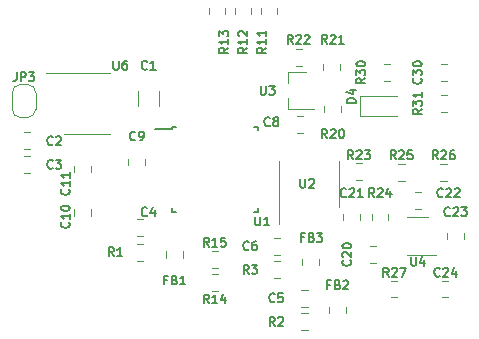
<source format=gbr>
G04 #@! TF.GenerationSoftware,KiCad,Pcbnew,5.1.6*
G04 #@! TF.CreationDate,2020-09-05T16:15:09+02:00*
G04 #@! TF.ProjectId,usynth,7573796e-7468-42e6-9b69-6361645f7063,2*
G04 #@! TF.SameCoordinates,Original*
G04 #@! TF.FileFunction,Legend,Top*
G04 #@! TF.FilePolarity,Positive*
%FSLAX46Y46*%
G04 Gerber Fmt 4.6, Leading zero omitted, Abs format (unit mm)*
G04 Created by KiCad (PCBNEW 5.1.6) date 2020-09-05 16:15:09*
%MOMM*%
%LPD*%
G01*
G04 APERTURE LIST*
%ADD10C,0.120000*%
%ADD11C,0.150000*%
%ADD12C,1.254000*%
%ADD13R,1.002000X0.902000*%
%ADD14O,1.802000X1.802000*%
%ADD15R,1.802000X1.802000*%
%ADD16R,1.102000X1.102000*%
%ADD17R,0.652000X1.702000*%
%ADD18R,1.702000X0.652000*%
%ADD19C,1.602000*%
%ADD20O,1.702000X1.702000*%
%ADD21R,1.702000X1.702000*%
%ADD22C,0.100000*%
%ADD23R,1.162000X0.752000*%
G04 APERTURE END LIST*
D10*
X148760000Y-76800000D02*
X148760000Y-74850000D01*
X148760000Y-76800000D02*
X148760000Y-78750000D01*
X143640000Y-76800000D02*
X143640000Y-74850000D01*
X143640000Y-76800000D02*
X143640000Y-80250000D01*
X130890000Y-75258578D02*
X130890000Y-74741422D01*
X132310000Y-75258578D02*
X132310000Y-74741422D01*
X138458578Y-85910000D02*
X137941422Y-85910000D01*
X138458578Y-84490000D02*
X137941422Y-84490000D01*
X144440000Y-67338000D02*
X144440000Y-68268000D01*
X144440000Y-70498000D02*
X144440000Y-69568000D01*
X144440000Y-70498000D02*
X146600000Y-70498000D01*
X144440000Y-67338000D02*
X145900000Y-67338000D01*
X148810000Y-66641422D02*
X148810000Y-67158578D01*
X147390000Y-66641422D02*
X147390000Y-67158578D01*
X145041422Y-65390000D02*
X145558578Y-65390000D01*
X145041422Y-66810000D02*
X145558578Y-66810000D01*
X148910000Y-70241422D02*
X148910000Y-70758578D01*
X147490000Y-70241422D02*
X147490000Y-70758578D01*
X143758578Y-84810000D02*
X143241422Y-84810000D01*
X143758578Y-83390000D02*
X143241422Y-83390000D01*
X146058578Y-89210000D02*
X145541422Y-89210000D01*
X146058578Y-87790000D02*
X145541422Y-87790000D01*
X132158578Y-83310000D02*
X131641422Y-83310000D01*
X132158578Y-81890000D02*
X131641422Y-81890000D01*
X147010000Y-83141422D02*
X147010000Y-83658578D01*
X145590000Y-83141422D02*
X145590000Y-83658578D01*
X149310000Y-87241422D02*
X149310000Y-87758578D01*
X147890000Y-87241422D02*
X147890000Y-87758578D01*
X135510000Y-82541422D02*
X135510000Y-83058578D01*
X134090000Y-82541422D02*
X134090000Y-83058578D01*
X143758578Y-82810000D02*
X143241422Y-82810000D01*
X143758578Y-81390000D02*
X143241422Y-81390000D01*
X146058578Y-87210000D02*
X145541422Y-87210000D01*
X146058578Y-85790000D02*
X145541422Y-85790000D01*
X132158578Y-81210000D02*
X131641422Y-81210000D01*
X132158578Y-79790000D02*
X131641422Y-79790000D01*
X131690000Y-70202064D02*
X131690000Y-68997936D01*
X133510000Y-70202064D02*
X133510000Y-68997936D01*
X145141422Y-71090000D02*
X145658578Y-71090000D01*
X145141422Y-72510000D02*
X145658578Y-72510000D01*
X152910000Y-79341422D02*
X152910000Y-79858578D01*
X151490000Y-79341422D02*
X151490000Y-79858578D01*
X152541422Y-66690000D02*
X153058578Y-66690000D01*
X152541422Y-68110000D02*
X153058578Y-68110000D01*
X150500000Y-69350000D02*
X150500000Y-71050000D01*
X150500000Y-71050000D02*
X153650000Y-71050000D01*
X150500000Y-69350000D02*
X153650000Y-69350000D01*
D11*
X134575000Y-71975000D02*
X134575000Y-72200000D01*
X141825000Y-71975000D02*
X141825000Y-72300000D01*
X141825000Y-79225000D02*
X141825000Y-78900000D01*
X134575000Y-79225000D02*
X134575000Y-78900000D01*
X134575000Y-71975000D02*
X134900000Y-71975000D01*
X134575000Y-79225000D02*
X134900000Y-79225000D01*
X141825000Y-79225000D02*
X141500000Y-79225000D01*
X141825000Y-71975000D02*
X141500000Y-71975000D01*
X134575000Y-72200000D02*
X133150000Y-72200000D01*
D10*
X150141422Y-75090000D02*
X150658578Y-75090000D01*
X150141422Y-76510000D02*
X150658578Y-76510000D01*
X150510000Y-79341422D02*
X150510000Y-79858578D01*
X149090000Y-79341422D02*
X149090000Y-79858578D01*
X157830578Y-76548000D02*
X157313422Y-76548000D01*
X157830578Y-75128000D02*
X157313422Y-75128000D01*
X153757422Y-75128000D02*
X154274578Y-75128000D01*
X153757422Y-76548000D02*
X154274578Y-76548000D01*
X121747000Y-68400000D02*
X122347000Y-68400000D01*
X121047000Y-70500000D02*
X121047000Y-69100000D01*
X122347000Y-71200000D02*
X121747000Y-71200000D01*
X123047000Y-69100000D02*
X123047000Y-70500000D01*
X122347000Y-68400000D02*
G75*
G02*
X123047000Y-69100000I0J-700000D01*
G01*
X121047000Y-69100000D02*
G75*
G02*
X121747000Y-68400000I700000J0D01*
G01*
X121747000Y-71200000D02*
G75*
G02*
X121047000Y-70500000I0J700000D01*
G01*
X123047000Y-70500000D02*
G75*
G02*
X122347000Y-71200000I-700000J0D01*
G01*
X157475422Y-85015000D02*
X157992578Y-85015000D01*
X157475422Y-86435000D02*
X157992578Y-86435000D01*
X151341422Y-82090000D02*
X151858578Y-82090000D01*
X151341422Y-83510000D02*
X151858578Y-83510000D01*
X155658578Y-78910000D02*
X155141422Y-78910000D01*
X155658578Y-77490000D02*
X155141422Y-77490000D01*
X159310000Y-80941422D02*
X159310000Y-81458578D01*
X157890000Y-80941422D02*
X157890000Y-81458578D01*
X122042422Y-72442000D02*
X122559578Y-72442000D01*
X122042422Y-73862000D02*
X122559578Y-73862000D01*
X156300000Y-79590000D02*
X154500000Y-79590000D01*
X154500000Y-82810000D02*
X156950000Y-82810000D01*
X127400000Y-72560000D02*
X129350000Y-72560000D01*
X127400000Y-72560000D02*
X125450000Y-72560000D01*
X127400000Y-67440000D02*
X129350000Y-67440000D01*
X127400000Y-67440000D02*
X123950000Y-67440000D01*
X153658578Y-86435000D02*
X153141422Y-86435000D01*
X153658578Y-85015000D02*
X153141422Y-85015000D01*
X139110000Y-61941422D02*
X139110000Y-62458578D01*
X137690000Y-61941422D02*
X137690000Y-62458578D01*
X141310000Y-61941422D02*
X141310000Y-62458578D01*
X139890000Y-61941422D02*
X139890000Y-62458578D01*
X143510000Y-61941422D02*
X143510000Y-62458578D01*
X142090000Y-61941422D02*
X142090000Y-62458578D01*
X137941422Y-82490000D02*
X138458578Y-82490000D01*
X137941422Y-83910000D02*
X138458578Y-83910000D01*
X157341422Y-69290000D02*
X157858578Y-69290000D01*
X157341422Y-70710000D02*
X157858578Y-70710000D01*
X127710000Y-78989422D02*
X127710000Y-79506578D01*
X126290000Y-78989422D02*
X126290000Y-79506578D01*
X126290000Y-75823578D02*
X126290000Y-75306422D01*
X127710000Y-75823578D02*
X127710000Y-75306422D01*
X157858578Y-68110000D02*
X157341422Y-68110000D01*
X157858578Y-66690000D02*
X157341422Y-66690000D01*
X122042422Y-74474000D02*
X122559578Y-74474000D01*
X122042422Y-75894000D02*
X122559578Y-75894000D01*
D11*
X145428571Y-76389285D02*
X145428571Y-76996428D01*
X145464285Y-77067857D01*
X145500000Y-77103571D01*
X145571428Y-77139285D01*
X145714285Y-77139285D01*
X145785714Y-77103571D01*
X145821428Y-77067857D01*
X145857142Y-76996428D01*
X145857142Y-76389285D01*
X146178571Y-76460714D02*
X146214285Y-76425000D01*
X146285714Y-76389285D01*
X146464285Y-76389285D01*
X146535714Y-76425000D01*
X146571428Y-76460714D01*
X146607142Y-76532142D01*
X146607142Y-76603571D01*
X146571428Y-76710714D01*
X146142857Y-77139285D01*
X146607142Y-77139285D01*
X131475000Y-73067857D02*
X131439285Y-73103571D01*
X131332142Y-73139285D01*
X131260714Y-73139285D01*
X131153571Y-73103571D01*
X131082142Y-73032142D01*
X131046428Y-72960714D01*
X131010714Y-72817857D01*
X131010714Y-72710714D01*
X131046428Y-72567857D01*
X131082142Y-72496428D01*
X131153571Y-72425000D01*
X131260714Y-72389285D01*
X131332142Y-72389285D01*
X131439285Y-72425000D01*
X131475000Y-72460714D01*
X131832142Y-73139285D02*
X131975000Y-73139285D01*
X132046428Y-73103571D01*
X132082142Y-73067857D01*
X132153571Y-72960714D01*
X132189285Y-72817857D01*
X132189285Y-72532142D01*
X132153571Y-72460714D01*
X132117857Y-72425000D01*
X132046428Y-72389285D01*
X131903571Y-72389285D01*
X131832142Y-72425000D01*
X131796428Y-72460714D01*
X131760714Y-72532142D01*
X131760714Y-72710714D01*
X131796428Y-72782142D01*
X131832142Y-72817857D01*
X131903571Y-72853571D01*
X132046428Y-72853571D01*
X132117857Y-72817857D01*
X132153571Y-72782142D01*
X132189285Y-72710714D01*
X137717857Y-86939285D02*
X137467857Y-86582142D01*
X137289285Y-86939285D02*
X137289285Y-86189285D01*
X137575000Y-86189285D01*
X137646428Y-86225000D01*
X137682142Y-86260714D01*
X137717857Y-86332142D01*
X137717857Y-86439285D01*
X137682142Y-86510714D01*
X137646428Y-86546428D01*
X137575000Y-86582142D01*
X137289285Y-86582142D01*
X138432142Y-86939285D02*
X138003571Y-86939285D01*
X138217857Y-86939285D02*
X138217857Y-86189285D01*
X138146428Y-86296428D01*
X138075000Y-86367857D01*
X138003571Y-86403571D01*
X139075000Y-86439285D02*
X139075000Y-86939285D01*
X138896428Y-86153571D02*
X138717857Y-86689285D01*
X139182142Y-86689285D01*
X142088571Y-68507285D02*
X142088571Y-69114428D01*
X142124285Y-69185857D01*
X142160000Y-69221571D01*
X142231428Y-69257285D01*
X142374285Y-69257285D01*
X142445714Y-69221571D01*
X142481428Y-69185857D01*
X142517142Y-69114428D01*
X142517142Y-68507285D01*
X142802857Y-68507285D02*
X143267142Y-68507285D01*
X143017142Y-68793000D01*
X143124285Y-68793000D01*
X143195714Y-68828714D01*
X143231428Y-68864428D01*
X143267142Y-68935857D01*
X143267142Y-69114428D01*
X143231428Y-69185857D01*
X143195714Y-69221571D01*
X143124285Y-69257285D01*
X142910000Y-69257285D01*
X142838571Y-69221571D01*
X142802857Y-69185857D01*
X147717857Y-64939285D02*
X147467857Y-64582142D01*
X147289285Y-64939285D02*
X147289285Y-64189285D01*
X147575000Y-64189285D01*
X147646428Y-64225000D01*
X147682142Y-64260714D01*
X147717857Y-64332142D01*
X147717857Y-64439285D01*
X147682142Y-64510714D01*
X147646428Y-64546428D01*
X147575000Y-64582142D01*
X147289285Y-64582142D01*
X148003571Y-64260714D02*
X148039285Y-64225000D01*
X148110714Y-64189285D01*
X148289285Y-64189285D01*
X148360714Y-64225000D01*
X148396428Y-64260714D01*
X148432142Y-64332142D01*
X148432142Y-64403571D01*
X148396428Y-64510714D01*
X147967857Y-64939285D01*
X148432142Y-64939285D01*
X149146428Y-64939285D02*
X148717857Y-64939285D01*
X148932142Y-64939285D02*
X148932142Y-64189285D01*
X148860714Y-64296428D01*
X148789285Y-64367857D01*
X148717857Y-64403571D01*
X144817857Y-64939285D02*
X144567857Y-64582142D01*
X144389285Y-64939285D02*
X144389285Y-64189285D01*
X144675000Y-64189285D01*
X144746428Y-64225000D01*
X144782142Y-64260714D01*
X144817857Y-64332142D01*
X144817857Y-64439285D01*
X144782142Y-64510714D01*
X144746428Y-64546428D01*
X144675000Y-64582142D01*
X144389285Y-64582142D01*
X145103571Y-64260714D02*
X145139285Y-64225000D01*
X145210714Y-64189285D01*
X145389285Y-64189285D01*
X145460714Y-64225000D01*
X145496428Y-64260714D01*
X145532142Y-64332142D01*
X145532142Y-64403571D01*
X145496428Y-64510714D01*
X145067857Y-64939285D01*
X145532142Y-64939285D01*
X145817857Y-64260714D02*
X145853571Y-64225000D01*
X145925000Y-64189285D01*
X146103571Y-64189285D01*
X146175000Y-64225000D01*
X146210714Y-64260714D01*
X146246428Y-64332142D01*
X146246428Y-64403571D01*
X146210714Y-64510714D01*
X145782142Y-64939285D01*
X146246428Y-64939285D01*
X147717857Y-72939285D02*
X147467857Y-72582142D01*
X147289285Y-72939285D02*
X147289285Y-72189285D01*
X147575000Y-72189285D01*
X147646428Y-72225000D01*
X147682142Y-72260714D01*
X147717857Y-72332142D01*
X147717857Y-72439285D01*
X147682142Y-72510714D01*
X147646428Y-72546428D01*
X147575000Y-72582142D01*
X147289285Y-72582142D01*
X148003571Y-72260714D02*
X148039285Y-72225000D01*
X148110714Y-72189285D01*
X148289285Y-72189285D01*
X148360714Y-72225000D01*
X148396428Y-72260714D01*
X148432142Y-72332142D01*
X148432142Y-72403571D01*
X148396428Y-72510714D01*
X147967857Y-72939285D01*
X148432142Y-72939285D01*
X148896428Y-72189285D02*
X148967857Y-72189285D01*
X149039285Y-72225000D01*
X149075000Y-72260714D01*
X149110714Y-72332142D01*
X149146428Y-72475000D01*
X149146428Y-72653571D01*
X149110714Y-72796428D01*
X149075000Y-72867857D01*
X149039285Y-72903571D01*
X148967857Y-72939285D01*
X148896428Y-72939285D01*
X148825000Y-72903571D01*
X148789285Y-72867857D01*
X148753571Y-72796428D01*
X148717857Y-72653571D01*
X148717857Y-72475000D01*
X148753571Y-72332142D01*
X148789285Y-72260714D01*
X148825000Y-72225000D01*
X148896428Y-72189285D01*
X141075000Y-84439285D02*
X140825000Y-84082142D01*
X140646428Y-84439285D02*
X140646428Y-83689285D01*
X140932142Y-83689285D01*
X141003571Y-83725000D01*
X141039285Y-83760714D01*
X141075000Y-83832142D01*
X141075000Y-83939285D01*
X141039285Y-84010714D01*
X141003571Y-84046428D01*
X140932142Y-84082142D01*
X140646428Y-84082142D01*
X141325000Y-83689285D02*
X141789285Y-83689285D01*
X141539285Y-83975000D01*
X141646428Y-83975000D01*
X141717857Y-84010714D01*
X141753571Y-84046428D01*
X141789285Y-84117857D01*
X141789285Y-84296428D01*
X141753571Y-84367857D01*
X141717857Y-84403571D01*
X141646428Y-84439285D01*
X141432142Y-84439285D01*
X141360714Y-84403571D01*
X141325000Y-84367857D01*
X143275000Y-88839285D02*
X143025000Y-88482142D01*
X142846428Y-88839285D02*
X142846428Y-88089285D01*
X143132142Y-88089285D01*
X143203571Y-88125000D01*
X143239285Y-88160714D01*
X143275000Y-88232142D01*
X143275000Y-88339285D01*
X143239285Y-88410714D01*
X143203571Y-88446428D01*
X143132142Y-88482142D01*
X142846428Y-88482142D01*
X143560714Y-88160714D02*
X143596428Y-88125000D01*
X143667857Y-88089285D01*
X143846428Y-88089285D01*
X143917857Y-88125000D01*
X143953571Y-88160714D01*
X143989285Y-88232142D01*
X143989285Y-88303571D01*
X143953571Y-88410714D01*
X143525000Y-88839285D01*
X143989285Y-88839285D01*
X129675000Y-82939285D02*
X129425000Y-82582142D01*
X129246428Y-82939285D02*
X129246428Y-82189285D01*
X129532142Y-82189285D01*
X129603571Y-82225000D01*
X129639285Y-82260714D01*
X129675000Y-82332142D01*
X129675000Y-82439285D01*
X129639285Y-82510714D01*
X129603571Y-82546428D01*
X129532142Y-82582142D01*
X129246428Y-82582142D01*
X130389285Y-82939285D02*
X129960714Y-82939285D01*
X130175000Y-82939285D02*
X130175000Y-82189285D01*
X130103571Y-82296428D01*
X130032142Y-82367857D01*
X129960714Y-82403571D01*
X145775000Y-81346428D02*
X145525000Y-81346428D01*
X145525000Y-81739285D02*
X145525000Y-80989285D01*
X145882142Y-80989285D01*
X146417857Y-81346428D02*
X146525000Y-81382142D01*
X146560714Y-81417857D01*
X146596428Y-81489285D01*
X146596428Y-81596428D01*
X146560714Y-81667857D01*
X146525000Y-81703571D01*
X146453571Y-81739285D01*
X146167857Y-81739285D01*
X146167857Y-80989285D01*
X146417857Y-80989285D01*
X146489285Y-81025000D01*
X146525000Y-81060714D01*
X146560714Y-81132142D01*
X146560714Y-81203571D01*
X146525000Y-81275000D01*
X146489285Y-81310714D01*
X146417857Y-81346428D01*
X146167857Y-81346428D01*
X146846428Y-80989285D02*
X147310714Y-80989285D01*
X147060714Y-81275000D01*
X147167857Y-81275000D01*
X147239285Y-81310714D01*
X147275000Y-81346428D01*
X147310714Y-81417857D01*
X147310714Y-81596428D01*
X147275000Y-81667857D01*
X147239285Y-81703571D01*
X147167857Y-81739285D01*
X146953571Y-81739285D01*
X146882142Y-81703571D01*
X146846428Y-81667857D01*
X147975000Y-85346428D02*
X147725000Y-85346428D01*
X147725000Y-85739285D02*
X147725000Y-84989285D01*
X148082142Y-84989285D01*
X148617857Y-85346428D02*
X148725000Y-85382142D01*
X148760714Y-85417857D01*
X148796428Y-85489285D01*
X148796428Y-85596428D01*
X148760714Y-85667857D01*
X148725000Y-85703571D01*
X148653571Y-85739285D01*
X148367857Y-85739285D01*
X148367857Y-84989285D01*
X148617857Y-84989285D01*
X148689285Y-85025000D01*
X148725000Y-85060714D01*
X148760714Y-85132142D01*
X148760714Y-85203571D01*
X148725000Y-85275000D01*
X148689285Y-85310714D01*
X148617857Y-85346428D01*
X148367857Y-85346428D01*
X149082142Y-85060714D02*
X149117857Y-85025000D01*
X149189285Y-84989285D01*
X149367857Y-84989285D01*
X149439285Y-85025000D01*
X149475000Y-85060714D01*
X149510714Y-85132142D01*
X149510714Y-85203571D01*
X149475000Y-85310714D01*
X149046428Y-85739285D01*
X149510714Y-85739285D01*
X134175000Y-84946428D02*
X133925000Y-84946428D01*
X133925000Y-85339285D02*
X133925000Y-84589285D01*
X134282142Y-84589285D01*
X134817857Y-84946428D02*
X134925000Y-84982142D01*
X134960714Y-85017857D01*
X134996428Y-85089285D01*
X134996428Y-85196428D01*
X134960714Y-85267857D01*
X134925000Y-85303571D01*
X134853571Y-85339285D01*
X134567857Y-85339285D01*
X134567857Y-84589285D01*
X134817857Y-84589285D01*
X134889285Y-84625000D01*
X134925000Y-84660714D01*
X134960714Y-84732142D01*
X134960714Y-84803571D01*
X134925000Y-84875000D01*
X134889285Y-84910714D01*
X134817857Y-84946428D01*
X134567857Y-84946428D01*
X135710714Y-85339285D02*
X135282142Y-85339285D01*
X135496428Y-85339285D02*
X135496428Y-84589285D01*
X135425000Y-84696428D01*
X135353571Y-84767857D01*
X135282142Y-84803571D01*
X141075000Y-82367857D02*
X141039285Y-82403571D01*
X140932142Y-82439285D01*
X140860714Y-82439285D01*
X140753571Y-82403571D01*
X140682142Y-82332142D01*
X140646428Y-82260714D01*
X140610714Y-82117857D01*
X140610714Y-82010714D01*
X140646428Y-81867857D01*
X140682142Y-81796428D01*
X140753571Y-81725000D01*
X140860714Y-81689285D01*
X140932142Y-81689285D01*
X141039285Y-81725000D01*
X141075000Y-81760714D01*
X141717857Y-81689285D02*
X141575000Y-81689285D01*
X141503571Y-81725000D01*
X141467857Y-81760714D01*
X141396428Y-81867857D01*
X141360714Y-82010714D01*
X141360714Y-82296428D01*
X141396428Y-82367857D01*
X141432142Y-82403571D01*
X141503571Y-82439285D01*
X141646428Y-82439285D01*
X141717857Y-82403571D01*
X141753571Y-82367857D01*
X141789285Y-82296428D01*
X141789285Y-82117857D01*
X141753571Y-82046428D01*
X141717857Y-82010714D01*
X141646428Y-81975000D01*
X141503571Y-81975000D01*
X141432142Y-82010714D01*
X141396428Y-82046428D01*
X141360714Y-82117857D01*
X143275000Y-86767857D02*
X143239285Y-86803571D01*
X143132142Y-86839285D01*
X143060714Y-86839285D01*
X142953571Y-86803571D01*
X142882142Y-86732142D01*
X142846428Y-86660714D01*
X142810714Y-86517857D01*
X142810714Y-86410714D01*
X142846428Y-86267857D01*
X142882142Y-86196428D01*
X142953571Y-86125000D01*
X143060714Y-86089285D01*
X143132142Y-86089285D01*
X143239285Y-86125000D01*
X143275000Y-86160714D01*
X143953571Y-86089285D02*
X143596428Y-86089285D01*
X143560714Y-86446428D01*
X143596428Y-86410714D01*
X143667857Y-86375000D01*
X143846428Y-86375000D01*
X143917857Y-86410714D01*
X143953571Y-86446428D01*
X143989285Y-86517857D01*
X143989285Y-86696428D01*
X143953571Y-86767857D01*
X143917857Y-86803571D01*
X143846428Y-86839285D01*
X143667857Y-86839285D01*
X143596428Y-86803571D01*
X143560714Y-86767857D01*
X132475000Y-79467857D02*
X132439285Y-79503571D01*
X132332142Y-79539285D01*
X132260714Y-79539285D01*
X132153571Y-79503571D01*
X132082142Y-79432142D01*
X132046428Y-79360714D01*
X132010714Y-79217857D01*
X132010714Y-79110714D01*
X132046428Y-78967857D01*
X132082142Y-78896428D01*
X132153571Y-78825000D01*
X132260714Y-78789285D01*
X132332142Y-78789285D01*
X132439285Y-78825000D01*
X132475000Y-78860714D01*
X133117857Y-79039285D02*
X133117857Y-79539285D01*
X132939285Y-78753571D02*
X132760714Y-79289285D01*
X133225000Y-79289285D01*
X132475000Y-67067857D02*
X132439285Y-67103571D01*
X132332142Y-67139285D01*
X132260714Y-67139285D01*
X132153571Y-67103571D01*
X132082142Y-67032142D01*
X132046428Y-66960714D01*
X132010714Y-66817857D01*
X132010714Y-66710714D01*
X132046428Y-66567857D01*
X132082142Y-66496428D01*
X132153571Y-66425000D01*
X132260714Y-66389285D01*
X132332142Y-66389285D01*
X132439285Y-66425000D01*
X132475000Y-66460714D01*
X133189285Y-67139285D02*
X132760714Y-67139285D01*
X132975000Y-67139285D02*
X132975000Y-66389285D01*
X132903571Y-66496428D01*
X132832142Y-66567857D01*
X132760714Y-66603571D01*
X142875000Y-71867857D02*
X142839285Y-71903571D01*
X142732142Y-71939285D01*
X142660714Y-71939285D01*
X142553571Y-71903571D01*
X142482142Y-71832142D01*
X142446428Y-71760714D01*
X142410714Y-71617857D01*
X142410714Y-71510714D01*
X142446428Y-71367857D01*
X142482142Y-71296428D01*
X142553571Y-71225000D01*
X142660714Y-71189285D01*
X142732142Y-71189285D01*
X142839285Y-71225000D01*
X142875000Y-71260714D01*
X143303571Y-71510714D02*
X143232142Y-71475000D01*
X143196428Y-71439285D01*
X143160714Y-71367857D01*
X143160714Y-71332142D01*
X143196428Y-71260714D01*
X143232142Y-71225000D01*
X143303571Y-71189285D01*
X143446428Y-71189285D01*
X143517857Y-71225000D01*
X143553571Y-71260714D01*
X143589285Y-71332142D01*
X143589285Y-71367857D01*
X143553571Y-71439285D01*
X143517857Y-71475000D01*
X143446428Y-71510714D01*
X143303571Y-71510714D01*
X143232142Y-71546428D01*
X143196428Y-71582142D01*
X143160714Y-71653571D01*
X143160714Y-71796428D01*
X143196428Y-71867857D01*
X143232142Y-71903571D01*
X143303571Y-71939285D01*
X143446428Y-71939285D01*
X143517857Y-71903571D01*
X143553571Y-71867857D01*
X143589285Y-71796428D01*
X143589285Y-71653571D01*
X143553571Y-71582142D01*
X143517857Y-71546428D01*
X143446428Y-71510714D01*
X151717857Y-77939285D02*
X151467857Y-77582142D01*
X151289285Y-77939285D02*
X151289285Y-77189285D01*
X151575000Y-77189285D01*
X151646428Y-77225000D01*
X151682142Y-77260714D01*
X151717857Y-77332142D01*
X151717857Y-77439285D01*
X151682142Y-77510714D01*
X151646428Y-77546428D01*
X151575000Y-77582142D01*
X151289285Y-77582142D01*
X152003571Y-77260714D02*
X152039285Y-77225000D01*
X152110714Y-77189285D01*
X152289285Y-77189285D01*
X152360714Y-77225000D01*
X152396428Y-77260714D01*
X152432142Y-77332142D01*
X152432142Y-77403571D01*
X152396428Y-77510714D01*
X151967857Y-77939285D01*
X152432142Y-77939285D01*
X153075000Y-77439285D02*
X153075000Y-77939285D01*
X152896428Y-77153571D02*
X152717857Y-77689285D01*
X153182142Y-77689285D01*
X150939285Y-67882142D02*
X150582142Y-68132142D01*
X150939285Y-68310714D02*
X150189285Y-68310714D01*
X150189285Y-68025000D01*
X150225000Y-67953571D01*
X150260714Y-67917857D01*
X150332142Y-67882142D01*
X150439285Y-67882142D01*
X150510714Y-67917857D01*
X150546428Y-67953571D01*
X150582142Y-68025000D01*
X150582142Y-68310714D01*
X150189285Y-67632142D02*
X150189285Y-67167857D01*
X150475000Y-67417857D01*
X150475000Y-67310714D01*
X150510714Y-67239285D01*
X150546428Y-67203571D01*
X150617857Y-67167857D01*
X150796428Y-67167857D01*
X150867857Y-67203571D01*
X150903571Y-67239285D01*
X150939285Y-67310714D01*
X150939285Y-67525000D01*
X150903571Y-67596428D01*
X150867857Y-67632142D01*
X150189285Y-66703571D02*
X150189285Y-66632142D01*
X150225000Y-66560714D01*
X150260714Y-66525000D01*
X150332142Y-66489285D01*
X150475000Y-66453571D01*
X150653571Y-66453571D01*
X150796428Y-66489285D01*
X150867857Y-66525000D01*
X150903571Y-66560714D01*
X150939285Y-66632142D01*
X150939285Y-66703571D01*
X150903571Y-66775000D01*
X150867857Y-66810714D01*
X150796428Y-66846428D01*
X150653571Y-66882142D01*
X150475000Y-66882142D01*
X150332142Y-66846428D01*
X150260714Y-66810714D01*
X150225000Y-66775000D01*
X150189285Y-66703571D01*
X150139285Y-69953571D02*
X149389285Y-69953571D01*
X149389285Y-69775000D01*
X149425000Y-69667857D01*
X149496428Y-69596428D01*
X149567857Y-69560714D01*
X149710714Y-69525000D01*
X149817857Y-69525000D01*
X149960714Y-69560714D01*
X150032142Y-69596428D01*
X150103571Y-69667857D01*
X150139285Y-69775000D01*
X150139285Y-69953571D01*
X149639285Y-68882142D02*
X150139285Y-68882142D01*
X149353571Y-69060714D02*
X149889285Y-69239285D01*
X149889285Y-68775000D01*
X141628571Y-79589285D02*
X141628571Y-80196428D01*
X141664285Y-80267857D01*
X141700000Y-80303571D01*
X141771428Y-80339285D01*
X141914285Y-80339285D01*
X141985714Y-80303571D01*
X142021428Y-80267857D01*
X142057142Y-80196428D01*
X142057142Y-79589285D01*
X142807142Y-80339285D02*
X142378571Y-80339285D01*
X142592857Y-80339285D02*
X142592857Y-79589285D01*
X142521428Y-79696428D01*
X142450000Y-79767857D01*
X142378571Y-79803571D01*
X149917857Y-74739285D02*
X149667857Y-74382142D01*
X149489285Y-74739285D02*
X149489285Y-73989285D01*
X149775000Y-73989285D01*
X149846428Y-74025000D01*
X149882142Y-74060714D01*
X149917857Y-74132142D01*
X149917857Y-74239285D01*
X149882142Y-74310714D01*
X149846428Y-74346428D01*
X149775000Y-74382142D01*
X149489285Y-74382142D01*
X150203571Y-74060714D02*
X150239285Y-74025000D01*
X150310714Y-73989285D01*
X150489285Y-73989285D01*
X150560714Y-74025000D01*
X150596428Y-74060714D01*
X150632142Y-74132142D01*
X150632142Y-74203571D01*
X150596428Y-74310714D01*
X150167857Y-74739285D01*
X150632142Y-74739285D01*
X150882142Y-73989285D02*
X151346428Y-73989285D01*
X151096428Y-74275000D01*
X151203571Y-74275000D01*
X151275000Y-74310714D01*
X151310714Y-74346428D01*
X151346428Y-74417857D01*
X151346428Y-74596428D01*
X151310714Y-74667857D01*
X151275000Y-74703571D01*
X151203571Y-74739285D01*
X150989285Y-74739285D01*
X150917857Y-74703571D01*
X150882142Y-74667857D01*
X149317857Y-77867857D02*
X149282142Y-77903571D01*
X149175000Y-77939285D01*
X149103571Y-77939285D01*
X148996428Y-77903571D01*
X148925000Y-77832142D01*
X148889285Y-77760714D01*
X148853571Y-77617857D01*
X148853571Y-77510714D01*
X148889285Y-77367857D01*
X148925000Y-77296428D01*
X148996428Y-77225000D01*
X149103571Y-77189285D01*
X149175000Y-77189285D01*
X149282142Y-77225000D01*
X149317857Y-77260714D01*
X149603571Y-77260714D02*
X149639285Y-77225000D01*
X149710714Y-77189285D01*
X149889285Y-77189285D01*
X149960714Y-77225000D01*
X149996428Y-77260714D01*
X150032142Y-77332142D01*
X150032142Y-77403571D01*
X149996428Y-77510714D01*
X149567857Y-77939285D01*
X150032142Y-77939285D01*
X150746428Y-77939285D02*
X150317857Y-77939285D01*
X150532142Y-77939285D02*
X150532142Y-77189285D01*
X150460714Y-77296428D01*
X150389285Y-77367857D01*
X150317857Y-77403571D01*
X157089857Y-74739285D02*
X156839857Y-74382142D01*
X156661285Y-74739285D02*
X156661285Y-73989285D01*
X156947000Y-73989285D01*
X157018428Y-74025000D01*
X157054142Y-74060714D01*
X157089857Y-74132142D01*
X157089857Y-74239285D01*
X157054142Y-74310714D01*
X157018428Y-74346428D01*
X156947000Y-74382142D01*
X156661285Y-74382142D01*
X157375571Y-74060714D02*
X157411285Y-74025000D01*
X157482714Y-73989285D01*
X157661285Y-73989285D01*
X157732714Y-74025000D01*
X157768428Y-74060714D01*
X157804142Y-74132142D01*
X157804142Y-74203571D01*
X157768428Y-74310714D01*
X157339857Y-74739285D01*
X157804142Y-74739285D01*
X158447000Y-73989285D02*
X158304142Y-73989285D01*
X158232714Y-74025000D01*
X158197000Y-74060714D01*
X158125571Y-74167857D01*
X158089857Y-74310714D01*
X158089857Y-74596428D01*
X158125571Y-74667857D01*
X158161285Y-74703571D01*
X158232714Y-74739285D01*
X158375571Y-74739285D01*
X158447000Y-74703571D01*
X158482714Y-74667857D01*
X158518428Y-74596428D01*
X158518428Y-74417857D01*
X158482714Y-74346428D01*
X158447000Y-74310714D01*
X158375571Y-74275000D01*
X158232714Y-74275000D01*
X158161285Y-74310714D01*
X158125571Y-74346428D01*
X158089857Y-74417857D01*
X153517857Y-74739285D02*
X153267857Y-74382142D01*
X153089285Y-74739285D02*
X153089285Y-73989285D01*
X153375000Y-73989285D01*
X153446428Y-74025000D01*
X153482142Y-74060714D01*
X153517857Y-74132142D01*
X153517857Y-74239285D01*
X153482142Y-74310714D01*
X153446428Y-74346428D01*
X153375000Y-74382142D01*
X153089285Y-74382142D01*
X153803571Y-74060714D02*
X153839285Y-74025000D01*
X153910714Y-73989285D01*
X154089285Y-73989285D01*
X154160714Y-74025000D01*
X154196428Y-74060714D01*
X154232142Y-74132142D01*
X154232142Y-74203571D01*
X154196428Y-74310714D01*
X153767857Y-74739285D01*
X154232142Y-74739285D01*
X154910714Y-73989285D02*
X154553571Y-73989285D01*
X154517857Y-74346428D01*
X154553571Y-74310714D01*
X154625000Y-74275000D01*
X154803571Y-74275000D01*
X154875000Y-74310714D01*
X154910714Y-74346428D01*
X154946428Y-74417857D01*
X154946428Y-74596428D01*
X154910714Y-74667857D01*
X154875000Y-74703571D01*
X154803571Y-74739285D01*
X154625000Y-74739285D01*
X154553571Y-74703571D01*
X154517857Y-74667857D01*
X121422000Y-67389285D02*
X121422000Y-67925000D01*
X121386285Y-68032142D01*
X121314857Y-68103571D01*
X121207714Y-68139285D01*
X121136285Y-68139285D01*
X121779142Y-68139285D02*
X121779142Y-67389285D01*
X122064857Y-67389285D01*
X122136285Y-67425000D01*
X122172000Y-67460714D01*
X122207714Y-67532142D01*
X122207714Y-67639285D01*
X122172000Y-67710714D01*
X122136285Y-67746428D01*
X122064857Y-67782142D01*
X121779142Y-67782142D01*
X122457714Y-67389285D02*
X122922000Y-67389285D01*
X122672000Y-67675000D01*
X122779142Y-67675000D01*
X122850571Y-67710714D01*
X122886285Y-67746428D01*
X122922000Y-67817857D01*
X122922000Y-67996428D01*
X122886285Y-68067857D01*
X122850571Y-68103571D01*
X122779142Y-68139285D01*
X122564857Y-68139285D01*
X122493428Y-68103571D01*
X122457714Y-68067857D01*
X157251857Y-84595857D02*
X157216142Y-84631571D01*
X157109000Y-84667285D01*
X157037571Y-84667285D01*
X156930428Y-84631571D01*
X156859000Y-84560142D01*
X156823285Y-84488714D01*
X156787571Y-84345857D01*
X156787571Y-84238714D01*
X156823285Y-84095857D01*
X156859000Y-84024428D01*
X156930428Y-83953000D01*
X157037571Y-83917285D01*
X157109000Y-83917285D01*
X157216142Y-83953000D01*
X157251857Y-83988714D01*
X157537571Y-83988714D02*
X157573285Y-83953000D01*
X157644714Y-83917285D01*
X157823285Y-83917285D01*
X157894714Y-83953000D01*
X157930428Y-83988714D01*
X157966142Y-84060142D01*
X157966142Y-84131571D01*
X157930428Y-84238714D01*
X157501857Y-84667285D01*
X157966142Y-84667285D01*
X158609000Y-84167285D02*
X158609000Y-84667285D01*
X158430428Y-83881571D02*
X158251857Y-84417285D01*
X158716142Y-84417285D01*
X149667857Y-83282142D02*
X149703571Y-83317857D01*
X149739285Y-83425000D01*
X149739285Y-83496428D01*
X149703571Y-83603571D01*
X149632142Y-83675000D01*
X149560714Y-83710714D01*
X149417857Y-83746428D01*
X149310714Y-83746428D01*
X149167857Y-83710714D01*
X149096428Y-83675000D01*
X149025000Y-83603571D01*
X148989285Y-83496428D01*
X148989285Y-83425000D01*
X149025000Y-83317857D01*
X149060714Y-83282142D01*
X149060714Y-82996428D02*
X149025000Y-82960714D01*
X148989285Y-82889285D01*
X148989285Y-82710714D01*
X149025000Y-82639285D01*
X149060714Y-82603571D01*
X149132142Y-82567857D01*
X149203571Y-82567857D01*
X149310714Y-82603571D01*
X149739285Y-83032142D01*
X149739285Y-82567857D01*
X148989285Y-82103571D02*
X148989285Y-82032142D01*
X149025000Y-81960714D01*
X149060714Y-81925000D01*
X149132142Y-81889285D01*
X149275000Y-81853571D01*
X149453571Y-81853571D01*
X149596428Y-81889285D01*
X149667857Y-81925000D01*
X149703571Y-81960714D01*
X149739285Y-82032142D01*
X149739285Y-82103571D01*
X149703571Y-82175000D01*
X149667857Y-82210714D01*
X149596428Y-82246428D01*
X149453571Y-82282142D01*
X149275000Y-82282142D01*
X149132142Y-82246428D01*
X149060714Y-82210714D01*
X149025000Y-82175000D01*
X148989285Y-82103571D01*
X157517857Y-77867857D02*
X157482142Y-77903571D01*
X157375000Y-77939285D01*
X157303571Y-77939285D01*
X157196428Y-77903571D01*
X157125000Y-77832142D01*
X157089285Y-77760714D01*
X157053571Y-77617857D01*
X157053571Y-77510714D01*
X157089285Y-77367857D01*
X157125000Y-77296428D01*
X157196428Y-77225000D01*
X157303571Y-77189285D01*
X157375000Y-77189285D01*
X157482142Y-77225000D01*
X157517857Y-77260714D01*
X157803571Y-77260714D02*
X157839285Y-77225000D01*
X157910714Y-77189285D01*
X158089285Y-77189285D01*
X158160714Y-77225000D01*
X158196428Y-77260714D01*
X158232142Y-77332142D01*
X158232142Y-77403571D01*
X158196428Y-77510714D01*
X157767857Y-77939285D01*
X158232142Y-77939285D01*
X158517857Y-77260714D02*
X158553571Y-77225000D01*
X158625000Y-77189285D01*
X158803571Y-77189285D01*
X158875000Y-77225000D01*
X158910714Y-77260714D01*
X158946428Y-77332142D01*
X158946428Y-77403571D01*
X158910714Y-77510714D01*
X158482142Y-77939285D01*
X158946428Y-77939285D01*
X158117857Y-79467857D02*
X158082142Y-79503571D01*
X157975000Y-79539285D01*
X157903571Y-79539285D01*
X157796428Y-79503571D01*
X157725000Y-79432142D01*
X157689285Y-79360714D01*
X157653571Y-79217857D01*
X157653571Y-79110714D01*
X157689285Y-78967857D01*
X157725000Y-78896428D01*
X157796428Y-78825000D01*
X157903571Y-78789285D01*
X157975000Y-78789285D01*
X158082142Y-78825000D01*
X158117857Y-78860714D01*
X158403571Y-78860714D02*
X158439285Y-78825000D01*
X158510714Y-78789285D01*
X158689285Y-78789285D01*
X158760714Y-78825000D01*
X158796428Y-78860714D01*
X158832142Y-78932142D01*
X158832142Y-79003571D01*
X158796428Y-79110714D01*
X158367857Y-79539285D01*
X158832142Y-79539285D01*
X159082142Y-78789285D02*
X159546428Y-78789285D01*
X159296428Y-79075000D01*
X159403571Y-79075000D01*
X159475000Y-79110714D01*
X159510714Y-79146428D01*
X159546428Y-79217857D01*
X159546428Y-79396428D01*
X159510714Y-79467857D01*
X159475000Y-79503571D01*
X159403571Y-79539285D01*
X159189285Y-79539285D01*
X159117857Y-79503571D01*
X159082142Y-79467857D01*
X124475000Y-73467857D02*
X124439285Y-73503571D01*
X124332142Y-73539285D01*
X124260714Y-73539285D01*
X124153571Y-73503571D01*
X124082142Y-73432142D01*
X124046428Y-73360714D01*
X124010714Y-73217857D01*
X124010714Y-73110714D01*
X124046428Y-72967857D01*
X124082142Y-72896428D01*
X124153571Y-72825000D01*
X124260714Y-72789285D01*
X124332142Y-72789285D01*
X124439285Y-72825000D01*
X124475000Y-72860714D01*
X124760714Y-72860714D02*
X124796428Y-72825000D01*
X124867857Y-72789285D01*
X125046428Y-72789285D01*
X125117857Y-72825000D01*
X125153571Y-72860714D01*
X125189285Y-72932142D01*
X125189285Y-73003571D01*
X125153571Y-73110714D01*
X124725000Y-73539285D01*
X125189285Y-73539285D01*
X154828571Y-82989285D02*
X154828571Y-83596428D01*
X154864285Y-83667857D01*
X154900000Y-83703571D01*
X154971428Y-83739285D01*
X155114285Y-83739285D01*
X155185714Y-83703571D01*
X155221428Y-83667857D01*
X155257142Y-83596428D01*
X155257142Y-82989285D01*
X155935714Y-83239285D02*
X155935714Y-83739285D01*
X155757142Y-82953571D02*
X155578571Y-83489285D01*
X156042857Y-83489285D01*
X129628571Y-66389285D02*
X129628571Y-66996428D01*
X129664285Y-67067857D01*
X129700000Y-67103571D01*
X129771428Y-67139285D01*
X129914285Y-67139285D01*
X129985714Y-67103571D01*
X130021428Y-67067857D01*
X130057142Y-66996428D01*
X130057142Y-66389285D01*
X130735714Y-66389285D02*
X130592857Y-66389285D01*
X130521428Y-66425000D01*
X130485714Y-66460714D01*
X130414285Y-66567857D01*
X130378571Y-66710714D01*
X130378571Y-66996428D01*
X130414285Y-67067857D01*
X130450000Y-67103571D01*
X130521428Y-67139285D01*
X130664285Y-67139285D01*
X130735714Y-67103571D01*
X130771428Y-67067857D01*
X130807142Y-66996428D01*
X130807142Y-66817857D01*
X130771428Y-66746428D01*
X130735714Y-66710714D01*
X130664285Y-66675000D01*
X130521428Y-66675000D01*
X130450000Y-66710714D01*
X130414285Y-66746428D01*
X130378571Y-66817857D01*
X152917857Y-84667285D02*
X152667857Y-84310142D01*
X152489285Y-84667285D02*
X152489285Y-83917285D01*
X152775000Y-83917285D01*
X152846428Y-83953000D01*
X152882142Y-83988714D01*
X152917857Y-84060142D01*
X152917857Y-84167285D01*
X152882142Y-84238714D01*
X152846428Y-84274428D01*
X152775000Y-84310142D01*
X152489285Y-84310142D01*
X153203571Y-83988714D02*
X153239285Y-83953000D01*
X153310714Y-83917285D01*
X153489285Y-83917285D01*
X153560714Y-83953000D01*
X153596428Y-83988714D01*
X153632142Y-84060142D01*
X153632142Y-84131571D01*
X153596428Y-84238714D01*
X153167857Y-84667285D01*
X153632142Y-84667285D01*
X153882142Y-83917285D02*
X154382142Y-83917285D01*
X154060714Y-84667285D01*
X139339285Y-65282142D02*
X138982142Y-65532142D01*
X139339285Y-65710714D02*
X138589285Y-65710714D01*
X138589285Y-65425000D01*
X138625000Y-65353571D01*
X138660714Y-65317857D01*
X138732142Y-65282142D01*
X138839285Y-65282142D01*
X138910714Y-65317857D01*
X138946428Y-65353571D01*
X138982142Y-65425000D01*
X138982142Y-65710714D01*
X139339285Y-64567857D02*
X139339285Y-64996428D01*
X139339285Y-64782142D02*
X138589285Y-64782142D01*
X138696428Y-64853571D01*
X138767857Y-64925000D01*
X138803571Y-64996428D01*
X138589285Y-64317857D02*
X138589285Y-63853571D01*
X138875000Y-64103571D01*
X138875000Y-63996428D01*
X138910714Y-63925000D01*
X138946428Y-63889285D01*
X139017857Y-63853571D01*
X139196428Y-63853571D01*
X139267857Y-63889285D01*
X139303571Y-63925000D01*
X139339285Y-63996428D01*
X139339285Y-64210714D01*
X139303571Y-64282142D01*
X139267857Y-64317857D01*
X140939285Y-65282142D02*
X140582142Y-65532142D01*
X140939285Y-65710714D02*
X140189285Y-65710714D01*
X140189285Y-65425000D01*
X140225000Y-65353571D01*
X140260714Y-65317857D01*
X140332142Y-65282142D01*
X140439285Y-65282142D01*
X140510714Y-65317857D01*
X140546428Y-65353571D01*
X140582142Y-65425000D01*
X140582142Y-65710714D01*
X140939285Y-64567857D02*
X140939285Y-64996428D01*
X140939285Y-64782142D02*
X140189285Y-64782142D01*
X140296428Y-64853571D01*
X140367857Y-64925000D01*
X140403571Y-64996428D01*
X140260714Y-64282142D02*
X140225000Y-64246428D01*
X140189285Y-64175000D01*
X140189285Y-63996428D01*
X140225000Y-63925000D01*
X140260714Y-63889285D01*
X140332142Y-63853571D01*
X140403571Y-63853571D01*
X140510714Y-63889285D01*
X140939285Y-64317857D01*
X140939285Y-63853571D01*
X142539285Y-65282142D02*
X142182142Y-65532142D01*
X142539285Y-65710714D02*
X141789285Y-65710714D01*
X141789285Y-65425000D01*
X141825000Y-65353571D01*
X141860714Y-65317857D01*
X141932142Y-65282142D01*
X142039285Y-65282142D01*
X142110714Y-65317857D01*
X142146428Y-65353571D01*
X142182142Y-65425000D01*
X142182142Y-65710714D01*
X142539285Y-64567857D02*
X142539285Y-64996428D01*
X142539285Y-64782142D02*
X141789285Y-64782142D01*
X141896428Y-64853571D01*
X141967857Y-64925000D01*
X142003571Y-64996428D01*
X142539285Y-63853571D02*
X142539285Y-64282142D01*
X142539285Y-64067857D02*
X141789285Y-64067857D01*
X141896428Y-64139285D01*
X141967857Y-64210714D01*
X142003571Y-64282142D01*
X137717857Y-82139285D02*
X137467857Y-81782142D01*
X137289285Y-82139285D02*
X137289285Y-81389285D01*
X137575000Y-81389285D01*
X137646428Y-81425000D01*
X137682142Y-81460714D01*
X137717857Y-81532142D01*
X137717857Y-81639285D01*
X137682142Y-81710714D01*
X137646428Y-81746428D01*
X137575000Y-81782142D01*
X137289285Y-81782142D01*
X138432142Y-82139285D02*
X138003571Y-82139285D01*
X138217857Y-82139285D02*
X138217857Y-81389285D01*
X138146428Y-81496428D01*
X138075000Y-81567857D01*
X138003571Y-81603571D01*
X139110714Y-81389285D02*
X138753571Y-81389285D01*
X138717857Y-81746428D01*
X138753571Y-81710714D01*
X138825000Y-81675000D01*
X139003571Y-81675000D01*
X139075000Y-81710714D01*
X139110714Y-81746428D01*
X139146428Y-81817857D01*
X139146428Y-81996428D01*
X139110714Y-82067857D01*
X139075000Y-82103571D01*
X139003571Y-82139285D01*
X138825000Y-82139285D01*
X138753571Y-82103571D01*
X138717857Y-82067857D01*
X155739285Y-70482142D02*
X155382142Y-70732142D01*
X155739285Y-70910714D02*
X154989285Y-70910714D01*
X154989285Y-70625000D01*
X155025000Y-70553571D01*
X155060714Y-70517857D01*
X155132142Y-70482142D01*
X155239285Y-70482142D01*
X155310714Y-70517857D01*
X155346428Y-70553571D01*
X155382142Y-70625000D01*
X155382142Y-70910714D01*
X154989285Y-70232142D02*
X154989285Y-69767857D01*
X155275000Y-70017857D01*
X155275000Y-69910714D01*
X155310714Y-69839285D01*
X155346428Y-69803571D01*
X155417857Y-69767857D01*
X155596428Y-69767857D01*
X155667857Y-69803571D01*
X155703571Y-69839285D01*
X155739285Y-69910714D01*
X155739285Y-70125000D01*
X155703571Y-70196428D01*
X155667857Y-70232142D01*
X155739285Y-69053571D02*
X155739285Y-69482142D01*
X155739285Y-69267857D02*
X154989285Y-69267857D01*
X155096428Y-69339285D01*
X155167857Y-69410714D01*
X155203571Y-69482142D01*
X125867857Y-80082142D02*
X125903571Y-80117857D01*
X125939285Y-80225000D01*
X125939285Y-80296428D01*
X125903571Y-80403571D01*
X125832142Y-80475000D01*
X125760714Y-80510714D01*
X125617857Y-80546428D01*
X125510714Y-80546428D01*
X125367857Y-80510714D01*
X125296428Y-80475000D01*
X125225000Y-80403571D01*
X125189285Y-80296428D01*
X125189285Y-80225000D01*
X125225000Y-80117857D01*
X125260714Y-80082142D01*
X125939285Y-79367857D02*
X125939285Y-79796428D01*
X125939285Y-79582142D02*
X125189285Y-79582142D01*
X125296428Y-79653571D01*
X125367857Y-79725000D01*
X125403571Y-79796428D01*
X125189285Y-78903571D02*
X125189285Y-78832142D01*
X125225000Y-78760714D01*
X125260714Y-78725000D01*
X125332142Y-78689285D01*
X125475000Y-78653571D01*
X125653571Y-78653571D01*
X125796428Y-78689285D01*
X125867857Y-78725000D01*
X125903571Y-78760714D01*
X125939285Y-78832142D01*
X125939285Y-78903571D01*
X125903571Y-78975000D01*
X125867857Y-79010714D01*
X125796428Y-79046428D01*
X125653571Y-79082142D01*
X125475000Y-79082142D01*
X125332142Y-79046428D01*
X125260714Y-79010714D01*
X125225000Y-78975000D01*
X125189285Y-78903571D01*
X125867857Y-77282142D02*
X125903571Y-77317857D01*
X125939285Y-77425000D01*
X125939285Y-77496428D01*
X125903571Y-77603571D01*
X125832142Y-77675000D01*
X125760714Y-77710714D01*
X125617857Y-77746428D01*
X125510714Y-77746428D01*
X125367857Y-77710714D01*
X125296428Y-77675000D01*
X125225000Y-77603571D01*
X125189285Y-77496428D01*
X125189285Y-77425000D01*
X125225000Y-77317857D01*
X125260714Y-77282142D01*
X125939285Y-76567857D02*
X125939285Y-76996428D01*
X125939285Y-76782142D02*
X125189285Y-76782142D01*
X125296428Y-76853571D01*
X125367857Y-76925000D01*
X125403571Y-76996428D01*
X125939285Y-75853571D02*
X125939285Y-76282142D01*
X125939285Y-76067857D02*
X125189285Y-76067857D01*
X125296428Y-76139285D01*
X125367857Y-76210714D01*
X125403571Y-76282142D01*
X155667857Y-67882142D02*
X155703571Y-67917857D01*
X155739285Y-68025000D01*
X155739285Y-68096428D01*
X155703571Y-68203571D01*
X155632142Y-68275000D01*
X155560714Y-68310714D01*
X155417857Y-68346428D01*
X155310714Y-68346428D01*
X155167857Y-68310714D01*
X155096428Y-68275000D01*
X155025000Y-68203571D01*
X154989285Y-68096428D01*
X154989285Y-68025000D01*
X155025000Y-67917857D01*
X155060714Y-67882142D01*
X154989285Y-67632142D02*
X154989285Y-67167857D01*
X155275000Y-67417857D01*
X155275000Y-67310714D01*
X155310714Y-67239285D01*
X155346428Y-67203571D01*
X155417857Y-67167857D01*
X155596428Y-67167857D01*
X155667857Y-67203571D01*
X155703571Y-67239285D01*
X155739285Y-67310714D01*
X155739285Y-67525000D01*
X155703571Y-67596428D01*
X155667857Y-67632142D01*
X154989285Y-66703571D02*
X154989285Y-66632142D01*
X155025000Y-66560714D01*
X155060714Y-66525000D01*
X155132142Y-66489285D01*
X155275000Y-66453571D01*
X155453571Y-66453571D01*
X155596428Y-66489285D01*
X155667857Y-66525000D01*
X155703571Y-66560714D01*
X155739285Y-66632142D01*
X155739285Y-66703571D01*
X155703571Y-66775000D01*
X155667857Y-66810714D01*
X155596428Y-66846428D01*
X155453571Y-66882142D01*
X155275000Y-66882142D01*
X155132142Y-66846428D01*
X155060714Y-66810714D01*
X155025000Y-66775000D01*
X154989285Y-66703571D01*
X124475000Y-75467857D02*
X124439285Y-75503571D01*
X124332142Y-75539285D01*
X124260714Y-75539285D01*
X124153571Y-75503571D01*
X124082142Y-75432142D01*
X124046428Y-75360714D01*
X124010714Y-75217857D01*
X124010714Y-75110714D01*
X124046428Y-74967857D01*
X124082142Y-74896428D01*
X124153571Y-74825000D01*
X124260714Y-74789285D01*
X124332142Y-74789285D01*
X124439285Y-74825000D01*
X124475000Y-74860714D01*
X124725000Y-74789285D02*
X125189285Y-74789285D01*
X124939285Y-75075000D01*
X125046428Y-75075000D01*
X125117857Y-75110714D01*
X125153571Y-75146428D01*
X125189285Y-75217857D01*
X125189285Y-75396428D01*
X125153571Y-75467857D01*
X125117857Y-75503571D01*
X125046428Y-75539285D01*
X124832142Y-75539285D01*
X124760714Y-75503571D01*
X124725000Y-75467857D01*
%LPC*%
G36*
G01*
X144470500Y-75351000D02*
X144119500Y-75351000D01*
G75*
G02*
X143944000Y-75175500I0J175500D01*
G01*
X143944000Y-73474500D01*
G75*
G02*
X144119500Y-73299000I175500J0D01*
G01*
X144470500Y-73299000D01*
G75*
G02*
X144646000Y-73474500I0J-175500D01*
G01*
X144646000Y-75175500D01*
G75*
G02*
X144470500Y-75351000I-175500J0D01*
G01*
G37*
G36*
G01*
X145740500Y-75351000D02*
X145389500Y-75351000D01*
G75*
G02*
X145214000Y-75175500I0J175500D01*
G01*
X145214000Y-73474500D01*
G75*
G02*
X145389500Y-73299000I175500J0D01*
G01*
X145740500Y-73299000D01*
G75*
G02*
X145916000Y-73474500I0J-175500D01*
G01*
X145916000Y-75175500D01*
G75*
G02*
X145740500Y-75351000I-175500J0D01*
G01*
G37*
G36*
G01*
X147010500Y-75351000D02*
X146659500Y-75351000D01*
G75*
G02*
X146484000Y-75175500I0J175500D01*
G01*
X146484000Y-73474500D01*
G75*
G02*
X146659500Y-73299000I175500J0D01*
G01*
X147010500Y-73299000D01*
G75*
G02*
X147186000Y-73474500I0J-175500D01*
G01*
X147186000Y-75175500D01*
G75*
G02*
X147010500Y-75351000I-175500J0D01*
G01*
G37*
G36*
G01*
X148280500Y-75351000D02*
X147929500Y-75351000D01*
G75*
G02*
X147754000Y-75175500I0J175500D01*
G01*
X147754000Y-73474500D01*
G75*
G02*
X147929500Y-73299000I175500J0D01*
G01*
X148280500Y-73299000D01*
G75*
G02*
X148456000Y-73474500I0J-175500D01*
G01*
X148456000Y-75175500D01*
G75*
G02*
X148280500Y-75351000I-175500J0D01*
G01*
G37*
G36*
G01*
X148280500Y-80301000D02*
X147929500Y-80301000D01*
G75*
G02*
X147754000Y-80125500I0J175500D01*
G01*
X147754000Y-78424500D01*
G75*
G02*
X147929500Y-78249000I175500J0D01*
G01*
X148280500Y-78249000D01*
G75*
G02*
X148456000Y-78424500I0J-175500D01*
G01*
X148456000Y-80125500D01*
G75*
G02*
X148280500Y-80301000I-175500J0D01*
G01*
G37*
G36*
G01*
X147010500Y-80301000D02*
X146659500Y-80301000D01*
G75*
G02*
X146484000Y-80125500I0J175500D01*
G01*
X146484000Y-78424500D01*
G75*
G02*
X146659500Y-78249000I175500J0D01*
G01*
X147010500Y-78249000D01*
G75*
G02*
X147186000Y-78424500I0J-175500D01*
G01*
X147186000Y-80125500D01*
G75*
G02*
X147010500Y-80301000I-175500J0D01*
G01*
G37*
G36*
G01*
X145740500Y-80301000D02*
X145389500Y-80301000D01*
G75*
G02*
X145214000Y-80125500I0J175500D01*
G01*
X145214000Y-78424500D01*
G75*
G02*
X145389500Y-78249000I175500J0D01*
G01*
X145740500Y-78249000D01*
G75*
G02*
X145916000Y-78424500I0J-175500D01*
G01*
X145916000Y-80125500D01*
G75*
G02*
X145740500Y-80301000I-175500J0D01*
G01*
G37*
G36*
G01*
X144470500Y-80301000D02*
X144119500Y-80301000D01*
G75*
G02*
X143944000Y-80125500I0J175500D01*
G01*
X143944000Y-78424500D01*
G75*
G02*
X144119500Y-78249000I175500J0D01*
G01*
X144470500Y-78249000D01*
G75*
G02*
X144646000Y-78424500I0J-175500D01*
G01*
X144646000Y-80125500D01*
G75*
G02*
X144470500Y-80301000I-175500J0D01*
G01*
G37*
D12*
X121000000Y-89000000D03*
X159000000Y-61000000D03*
G36*
G01*
X132081750Y-74601000D02*
X131118250Y-74601000D01*
G75*
G02*
X130849000Y-74331750I0J269250D01*
G01*
X130849000Y-73793250D01*
G75*
G02*
X131118250Y-73524000I269250J0D01*
G01*
X132081750Y-73524000D01*
G75*
G02*
X132351000Y-73793250I0J-269250D01*
G01*
X132351000Y-74331750D01*
G75*
G02*
X132081750Y-74601000I-269250J0D01*
G01*
G37*
G36*
G01*
X132081750Y-76476000D02*
X131118250Y-76476000D01*
G75*
G02*
X130849000Y-76206750I0J269250D01*
G01*
X130849000Y-75668250D01*
G75*
G02*
X131118250Y-75399000I269250J0D01*
G01*
X132081750Y-75399000D01*
G75*
G02*
X132351000Y-75668250I0J-269250D01*
G01*
X132351000Y-76206750D01*
G75*
G02*
X132081750Y-76476000I-269250J0D01*
G01*
G37*
G36*
G01*
X137801000Y-84718250D02*
X137801000Y-85681750D01*
G75*
G02*
X137531750Y-85951000I-269250J0D01*
G01*
X136993250Y-85951000D01*
G75*
G02*
X136724000Y-85681750I0J269250D01*
G01*
X136724000Y-84718250D01*
G75*
G02*
X136993250Y-84449000I269250J0D01*
G01*
X137531750Y-84449000D01*
G75*
G02*
X137801000Y-84718250I0J-269250D01*
G01*
G37*
G36*
G01*
X139676000Y-84718250D02*
X139676000Y-85681750D01*
G75*
G02*
X139406750Y-85951000I-269250J0D01*
G01*
X138868250Y-85951000D01*
G75*
G02*
X138599000Y-85681750I0J269250D01*
G01*
X138599000Y-84718250D01*
G75*
G02*
X138868250Y-84449000I269250J0D01*
G01*
X139406750Y-84449000D01*
G75*
G02*
X139676000Y-84718250I0J-269250D01*
G01*
G37*
D13*
X144200000Y-68918000D03*
X146200000Y-67968000D03*
X146200000Y-69868000D03*
G36*
G01*
X147618250Y-67299000D02*
X148581750Y-67299000D01*
G75*
G02*
X148851000Y-67568250I0J-269250D01*
G01*
X148851000Y-68106750D01*
G75*
G02*
X148581750Y-68376000I-269250J0D01*
G01*
X147618250Y-68376000D01*
G75*
G02*
X147349000Y-68106750I0J269250D01*
G01*
X147349000Y-67568250D01*
G75*
G02*
X147618250Y-67299000I269250J0D01*
G01*
G37*
G36*
G01*
X147618250Y-65424000D02*
X148581750Y-65424000D01*
G75*
G02*
X148851000Y-65693250I0J-269250D01*
G01*
X148851000Y-66231750D01*
G75*
G02*
X148581750Y-66501000I-269250J0D01*
G01*
X147618250Y-66501000D01*
G75*
G02*
X147349000Y-66231750I0J269250D01*
G01*
X147349000Y-65693250D01*
G75*
G02*
X147618250Y-65424000I269250J0D01*
G01*
G37*
G36*
G01*
X145699000Y-66581750D02*
X145699000Y-65618250D01*
G75*
G02*
X145968250Y-65349000I269250J0D01*
G01*
X146506750Y-65349000D01*
G75*
G02*
X146776000Y-65618250I0J-269250D01*
G01*
X146776000Y-66581750D01*
G75*
G02*
X146506750Y-66851000I-269250J0D01*
G01*
X145968250Y-66851000D01*
G75*
G02*
X145699000Y-66581750I0J269250D01*
G01*
G37*
G36*
G01*
X143824000Y-66581750D02*
X143824000Y-65618250D01*
G75*
G02*
X144093250Y-65349000I269250J0D01*
G01*
X144631750Y-65349000D01*
G75*
G02*
X144901000Y-65618250I0J-269250D01*
G01*
X144901000Y-66581750D01*
G75*
G02*
X144631750Y-66851000I-269250J0D01*
G01*
X144093250Y-66851000D01*
G75*
G02*
X143824000Y-66581750I0J269250D01*
G01*
G37*
G36*
G01*
X147718250Y-70899000D02*
X148681750Y-70899000D01*
G75*
G02*
X148951000Y-71168250I0J-269250D01*
G01*
X148951000Y-71706750D01*
G75*
G02*
X148681750Y-71976000I-269250J0D01*
G01*
X147718250Y-71976000D01*
G75*
G02*
X147449000Y-71706750I0J269250D01*
G01*
X147449000Y-71168250D01*
G75*
G02*
X147718250Y-70899000I269250J0D01*
G01*
G37*
G36*
G01*
X147718250Y-69024000D02*
X148681750Y-69024000D01*
G75*
G02*
X148951000Y-69293250I0J-269250D01*
G01*
X148951000Y-69831750D01*
G75*
G02*
X148681750Y-70101000I-269250J0D01*
G01*
X147718250Y-70101000D01*
G75*
G02*
X147449000Y-69831750I0J269250D01*
G01*
X147449000Y-69293250D01*
G75*
G02*
X147718250Y-69024000I269250J0D01*
G01*
G37*
G36*
G01*
X143101000Y-83618250D02*
X143101000Y-84581750D01*
G75*
G02*
X142831750Y-84851000I-269250J0D01*
G01*
X142293250Y-84851000D01*
G75*
G02*
X142024000Y-84581750I0J269250D01*
G01*
X142024000Y-83618250D01*
G75*
G02*
X142293250Y-83349000I269250J0D01*
G01*
X142831750Y-83349000D01*
G75*
G02*
X143101000Y-83618250I0J-269250D01*
G01*
G37*
G36*
G01*
X144976000Y-83618250D02*
X144976000Y-84581750D01*
G75*
G02*
X144706750Y-84851000I-269250J0D01*
G01*
X144168250Y-84851000D01*
G75*
G02*
X143899000Y-84581750I0J269250D01*
G01*
X143899000Y-83618250D01*
G75*
G02*
X144168250Y-83349000I269250J0D01*
G01*
X144706750Y-83349000D01*
G75*
G02*
X144976000Y-83618250I0J-269250D01*
G01*
G37*
G36*
G01*
X145401000Y-88018250D02*
X145401000Y-88981750D01*
G75*
G02*
X145131750Y-89251000I-269250J0D01*
G01*
X144593250Y-89251000D01*
G75*
G02*
X144324000Y-88981750I0J269250D01*
G01*
X144324000Y-88018250D01*
G75*
G02*
X144593250Y-87749000I269250J0D01*
G01*
X145131750Y-87749000D01*
G75*
G02*
X145401000Y-88018250I0J-269250D01*
G01*
G37*
G36*
G01*
X147276000Y-88018250D02*
X147276000Y-88981750D01*
G75*
G02*
X147006750Y-89251000I-269250J0D01*
G01*
X146468250Y-89251000D01*
G75*
G02*
X146199000Y-88981750I0J269250D01*
G01*
X146199000Y-88018250D01*
G75*
G02*
X146468250Y-87749000I269250J0D01*
G01*
X147006750Y-87749000D01*
G75*
G02*
X147276000Y-88018250I0J-269250D01*
G01*
G37*
G36*
G01*
X131501000Y-82118250D02*
X131501000Y-83081750D01*
G75*
G02*
X131231750Y-83351000I-269250J0D01*
G01*
X130693250Y-83351000D01*
G75*
G02*
X130424000Y-83081750I0J269250D01*
G01*
X130424000Y-82118250D01*
G75*
G02*
X130693250Y-81849000I269250J0D01*
G01*
X131231750Y-81849000D01*
G75*
G02*
X131501000Y-82118250I0J-269250D01*
G01*
G37*
G36*
G01*
X133376000Y-82118250D02*
X133376000Y-83081750D01*
G75*
G02*
X133106750Y-83351000I-269250J0D01*
G01*
X132568250Y-83351000D01*
G75*
G02*
X132299000Y-83081750I0J269250D01*
G01*
X132299000Y-82118250D01*
G75*
G02*
X132568250Y-81849000I269250J0D01*
G01*
X133106750Y-81849000D01*
G75*
G02*
X133376000Y-82118250I0J-269250D01*
G01*
G37*
D14*
X122000000Y-62000000D03*
X122000000Y-64540000D03*
X124540000Y-62000000D03*
X124540000Y-64540000D03*
X127080000Y-62000000D03*
X127080000Y-64540000D03*
X129620000Y-62000000D03*
X129620000Y-64540000D03*
X132160000Y-62000000D03*
X132160000Y-64540000D03*
X134700000Y-62000000D03*
D15*
X134700000Y-64540000D03*
G36*
G01*
X145818250Y-83799000D02*
X146781750Y-83799000D01*
G75*
G02*
X147051000Y-84068250I0J-269250D01*
G01*
X147051000Y-84606750D01*
G75*
G02*
X146781750Y-84876000I-269250J0D01*
G01*
X145818250Y-84876000D01*
G75*
G02*
X145549000Y-84606750I0J269250D01*
G01*
X145549000Y-84068250D01*
G75*
G02*
X145818250Y-83799000I269250J0D01*
G01*
G37*
G36*
G01*
X145818250Y-81924000D02*
X146781750Y-81924000D01*
G75*
G02*
X147051000Y-82193250I0J-269250D01*
G01*
X147051000Y-82731750D01*
G75*
G02*
X146781750Y-83001000I-269250J0D01*
G01*
X145818250Y-83001000D01*
G75*
G02*
X145549000Y-82731750I0J269250D01*
G01*
X145549000Y-82193250D01*
G75*
G02*
X145818250Y-81924000I269250J0D01*
G01*
G37*
G36*
G01*
X148118250Y-87899000D02*
X149081750Y-87899000D01*
G75*
G02*
X149351000Y-88168250I0J-269250D01*
G01*
X149351000Y-88706750D01*
G75*
G02*
X149081750Y-88976000I-269250J0D01*
G01*
X148118250Y-88976000D01*
G75*
G02*
X147849000Y-88706750I0J269250D01*
G01*
X147849000Y-88168250D01*
G75*
G02*
X148118250Y-87899000I269250J0D01*
G01*
G37*
G36*
G01*
X148118250Y-86024000D02*
X149081750Y-86024000D01*
G75*
G02*
X149351000Y-86293250I0J-269250D01*
G01*
X149351000Y-86831750D01*
G75*
G02*
X149081750Y-87101000I-269250J0D01*
G01*
X148118250Y-87101000D01*
G75*
G02*
X147849000Y-86831750I0J269250D01*
G01*
X147849000Y-86293250D01*
G75*
G02*
X148118250Y-86024000I269250J0D01*
G01*
G37*
G36*
G01*
X134318250Y-83199000D02*
X135281750Y-83199000D01*
G75*
G02*
X135551000Y-83468250I0J-269250D01*
G01*
X135551000Y-84006750D01*
G75*
G02*
X135281750Y-84276000I-269250J0D01*
G01*
X134318250Y-84276000D01*
G75*
G02*
X134049000Y-84006750I0J269250D01*
G01*
X134049000Y-83468250D01*
G75*
G02*
X134318250Y-83199000I269250J0D01*
G01*
G37*
G36*
G01*
X134318250Y-81324000D02*
X135281750Y-81324000D01*
G75*
G02*
X135551000Y-81593250I0J-269250D01*
G01*
X135551000Y-82131750D01*
G75*
G02*
X135281750Y-82401000I-269250J0D01*
G01*
X134318250Y-82401000D01*
G75*
G02*
X134049000Y-82131750I0J269250D01*
G01*
X134049000Y-81593250D01*
G75*
G02*
X134318250Y-81324000I269250J0D01*
G01*
G37*
G36*
G01*
X143101000Y-81618250D02*
X143101000Y-82581750D01*
G75*
G02*
X142831750Y-82851000I-269250J0D01*
G01*
X142293250Y-82851000D01*
G75*
G02*
X142024000Y-82581750I0J269250D01*
G01*
X142024000Y-81618250D01*
G75*
G02*
X142293250Y-81349000I269250J0D01*
G01*
X142831750Y-81349000D01*
G75*
G02*
X143101000Y-81618250I0J-269250D01*
G01*
G37*
G36*
G01*
X144976000Y-81618250D02*
X144976000Y-82581750D01*
G75*
G02*
X144706750Y-82851000I-269250J0D01*
G01*
X144168250Y-82851000D01*
G75*
G02*
X143899000Y-82581750I0J269250D01*
G01*
X143899000Y-81618250D01*
G75*
G02*
X144168250Y-81349000I269250J0D01*
G01*
X144706750Y-81349000D01*
G75*
G02*
X144976000Y-81618250I0J-269250D01*
G01*
G37*
G36*
G01*
X145401000Y-86018250D02*
X145401000Y-86981750D01*
G75*
G02*
X145131750Y-87251000I-269250J0D01*
G01*
X144593250Y-87251000D01*
G75*
G02*
X144324000Y-86981750I0J269250D01*
G01*
X144324000Y-86018250D01*
G75*
G02*
X144593250Y-85749000I269250J0D01*
G01*
X145131750Y-85749000D01*
G75*
G02*
X145401000Y-86018250I0J-269250D01*
G01*
G37*
G36*
G01*
X147276000Y-86018250D02*
X147276000Y-86981750D01*
G75*
G02*
X147006750Y-87251000I-269250J0D01*
G01*
X146468250Y-87251000D01*
G75*
G02*
X146199000Y-86981750I0J269250D01*
G01*
X146199000Y-86018250D01*
G75*
G02*
X146468250Y-85749000I269250J0D01*
G01*
X147006750Y-85749000D01*
G75*
G02*
X147276000Y-86018250I0J-269250D01*
G01*
G37*
G36*
G01*
X131501000Y-80018250D02*
X131501000Y-80981750D01*
G75*
G02*
X131231750Y-81251000I-269250J0D01*
G01*
X130693250Y-81251000D01*
G75*
G02*
X130424000Y-80981750I0J269250D01*
G01*
X130424000Y-80018250D01*
G75*
G02*
X130693250Y-79749000I269250J0D01*
G01*
X131231750Y-79749000D01*
G75*
G02*
X131501000Y-80018250I0J-269250D01*
G01*
G37*
G36*
G01*
X133376000Y-80018250D02*
X133376000Y-80981750D01*
G75*
G02*
X133106750Y-81251000I-269250J0D01*
G01*
X132568250Y-81251000D01*
G75*
G02*
X132299000Y-80981750I0J269250D01*
G01*
X132299000Y-80018250D01*
G75*
G02*
X132568250Y-79749000I269250J0D01*
G01*
X133106750Y-79749000D01*
G75*
G02*
X133376000Y-80018250I0J-269250D01*
G01*
G37*
G36*
G01*
X133255600Y-68876000D02*
X131944400Y-68876000D01*
G75*
G02*
X131674000Y-68605600I0J270400D01*
G01*
X131674000Y-67794400D01*
G75*
G02*
X131944400Y-67524000I270400J0D01*
G01*
X133255600Y-67524000D01*
G75*
G02*
X133526000Y-67794400I0J-270400D01*
G01*
X133526000Y-68605600D01*
G75*
G02*
X133255600Y-68876000I-270400J0D01*
G01*
G37*
G36*
G01*
X133255600Y-71676000D02*
X131944400Y-71676000D01*
G75*
G02*
X131674000Y-71405600I0J270400D01*
G01*
X131674000Y-70594400D01*
G75*
G02*
X131944400Y-70324000I270400J0D01*
G01*
X133255600Y-70324000D01*
G75*
G02*
X133526000Y-70594400I0J-270400D01*
G01*
X133526000Y-71405600D01*
G75*
G02*
X133255600Y-71676000I-270400J0D01*
G01*
G37*
G36*
G01*
X145799000Y-72281750D02*
X145799000Y-71318250D01*
G75*
G02*
X146068250Y-71049000I269250J0D01*
G01*
X146606750Y-71049000D01*
G75*
G02*
X146876000Y-71318250I0J-269250D01*
G01*
X146876000Y-72281750D01*
G75*
G02*
X146606750Y-72551000I-269250J0D01*
G01*
X146068250Y-72551000D01*
G75*
G02*
X145799000Y-72281750I0J269250D01*
G01*
G37*
G36*
G01*
X143924000Y-72281750D02*
X143924000Y-71318250D01*
G75*
G02*
X144193250Y-71049000I269250J0D01*
G01*
X144731750Y-71049000D01*
G75*
G02*
X145001000Y-71318250I0J-269250D01*
G01*
X145001000Y-72281750D01*
G75*
G02*
X144731750Y-72551000I-269250J0D01*
G01*
X144193250Y-72551000D01*
G75*
G02*
X143924000Y-72281750I0J269250D01*
G01*
G37*
G36*
G01*
X151718250Y-79999000D02*
X152681750Y-79999000D01*
G75*
G02*
X152951000Y-80268250I0J-269250D01*
G01*
X152951000Y-80806750D01*
G75*
G02*
X152681750Y-81076000I-269250J0D01*
G01*
X151718250Y-81076000D01*
G75*
G02*
X151449000Y-80806750I0J269250D01*
G01*
X151449000Y-80268250D01*
G75*
G02*
X151718250Y-79999000I269250J0D01*
G01*
G37*
G36*
G01*
X151718250Y-78124000D02*
X152681750Y-78124000D01*
G75*
G02*
X152951000Y-78393250I0J-269250D01*
G01*
X152951000Y-78931750D01*
G75*
G02*
X152681750Y-79201000I-269250J0D01*
G01*
X151718250Y-79201000D01*
G75*
G02*
X151449000Y-78931750I0J269250D01*
G01*
X151449000Y-78393250D01*
G75*
G02*
X151718250Y-78124000I269250J0D01*
G01*
G37*
G36*
G01*
X153199000Y-67881750D02*
X153199000Y-66918250D01*
G75*
G02*
X153468250Y-66649000I269250J0D01*
G01*
X154006750Y-66649000D01*
G75*
G02*
X154276000Y-66918250I0J-269250D01*
G01*
X154276000Y-67881750D01*
G75*
G02*
X154006750Y-68151000I-269250J0D01*
G01*
X153468250Y-68151000D01*
G75*
G02*
X153199000Y-67881750I0J269250D01*
G01*
G37*
G36*
G01*
X151324000Y-67881750D02*
X151324000Y-66918250D01*
G75*
G02*
X151593250Y-66649000I269250J0D01*
G01*
X152131750Y-66649000D01*
G75*
G02*
X152401000Y-66918250I0J-269250D01*
G01*
X152401000Y-67881750D01*
G75*
G02*
X152131750Y-68151000I-269250J0D01*
G01*
X151593250Y-68151000D01*
G75*
G02*
X151324000Y-67881750I0J269250D01*
G01*
G37*
D16*
X153650000Y-70200000D03*
X151150000Y-70200000D03*
D17*
X135400000Y-71350000D03*
X136200000Y-71350000D03*
X137000000Y-71350000D03*
X137800000Y-71350000D03*
X138600000Y-71350000D03*
X139400000Y-71350000D03*
X140200000Y-71350000D03*
X141000000Y-71350000D03*
D18*
X142450000Y-72800000D03*
X142450000Y-73600000D03*
X142450000Y-74400000D03*
X142450000Y-75200000D03*
X142450000Y-76000000D03*
X142450000Y-76800000D03*
X142450000Y-77600000D03*
X142450000Y-78400000D03*
D17*
X141000000Y-79850000D03*
X140200000Y-79850000D03*
X139400000Y-79850000D03*
X138600000Y-79850000D03*
X137800000Y-79850000D03*
X137000000Y-79850000D03*
X136200000Y-79850000D03*
X135400000Y-79850000D03*
D18*
X133950000Y-78400000D03*
X133950000Y-77600000D03*
X133950000Y-76800000D03*
X133950000Y-76000000D03*
X133950000Y-75200000D03*
X133950000Y-74400000D03*
X133950000Y-73600000D03*
X133950000Y-72800000D03*
D19*
X129159000Y-79810000D03*
X129159000Y-74930000D03*
D20*
X150622000Y-72517000D03*
X158242000Y-64897000D03*
X153162000Y-72517000D03*
X155702000Y-64897000D03*
X155702000Y-72517000D03*
X153162000Y-64897000D03*
X158242000Y-72517000D03*
D21*
X150622000Y-64897000D03*
G36*
G01*
X150799000Y-76281750D02*
X150799000Y-75318250D01*
G75*
G02*
X151068250Y-75049000I269250J0D01*
G01*
X151606750Y-75049000D01*
G75*
G02*
X151876000Y-75318250I0J-269250D01*
G01*
X151876000Y-76281750D01*
G75*
G02*
X151606750Y-76551000I-269250J0D01*
G01*
X151068250Y-76551000D01*
G75*
G02*
X150799000Y-76281750I0J269250D01*
G01*
G37*
G36*
G01*
X148924000Y-76281750D02*
X148924000Y-75318250D01*
G75*
G02*
X149193250Y-75049000I269250J0D01*
G01*
X149731750Y-75049000D01*
G75*
G02*
X150001000Y-75318250I0J-269250D01*
G01*
X150001000Y-76281750D01*
G75*
G02*
X149731750Y-76551000I-269250J0D01*
G01*
X149193250Y-76551000D01*
G75*
G02*
X148924000Y-76281750I0J269250D01*
G01*
G37*
G36*
G01*
X149318250Y-79999000D02*
X150281750Y-79999000D01*
G75*
G02*
X150551000Y-80268250I0J-269250D01*
G01*
X150551000Y-80806750D01*
G75*
G02*
X150281750Y-81076000I-269250J0D01*
G01*
X149318250Y-81076000D01*
G75*
G02*
X149049000Y-80806750I0J269250D01*
G01*
X149049000Y-80268250D01*
G75*
G02*
X149318250Y-79999000I269250J0D01*
G01*
G37*
G36*
G01*
X149318250Y-78124000D02*
X150281750Y-78124000D01*
G75*
G02*
X150551000Y-78393250I0J-269250D01*
G01*
X150551000Y-78931750D01*
G75*
G02*
X150281750Y-79201000I-269250J0D01*
G01*
X149318250Y-79201000D01*
G75*
G02*
X149049000Y-78931750I0J269250D01*
G01*
X149049000Y-78393250D01*
G75*
G02*
X149318250Y-78124000I269250J0D01*
G01*
G37*
D14*
X154260000Y-62000000D03*
D15*
X156800000Y-62000000D03*
G36*
G01*
X157173000Y-75356250D02*
X157173000Y-76319750D01*
G75*
G02*
X156903750Y-76589000I-269250J0D01*
G01*
X156365250Y-76589000D01*
G75*
G02*
X156096000Y-76319750I0J269250D01*
G01*
X156096000Y-75356250D01*
G75*
G02*
X156365250Y-75087000I269250J0D01*
G01*
X156903750Y-75087000D01*
G75*
G02*
X157173000Y-75356250I0J-269250D01*
G01*
G37*
G36*
G01*
X159048000Y-75356250D02*
X159048000Y-76319750D01*
G75*
G02*
X158778750Y-76589000I-269250J0D01*
G01*
X158240250Y-76589000D01*
G75*
G02*
X157971000Y-76319750I0J269250D01*
G01*
X157971000Y-75356250D01*
G75*
G02*
X158240250Y-75087000I269250J0D01*
G01*
X158778750Y-75087000D01*
G75*
G02*
X159048000Y-75356250I0J-269250D01*
G01*
G37*
G36*
G01*
X154415000Y-76319750D02*
X154415000Y-75356250D01*
G75*
G02*
X154684250Y-75087000I269250J0D01*
G01*
X155222750Y-75087000D01*
G75*
G02*
X155492000Y-75356250I0J-269250D01*
G01*
X155492000Y-76319750D01*
G75*
G02*
X155222750Y-76589000I-269250J0D01*
G01*
X154684250Y-76589000D01*
G75*
G02*
X154415000Y-76319750I0J269250D01*
G01*
G37*
G36*
G01*
X152540000Y-76319750D02*
X152540000Y-75356250D01*
G75*
G02*
X152809250Y-75087000I269250J0D01*
G01*
X153347750Y-75087000D01*
G75*
G02*
X153617000Y-75356250I0J-269250D01*
G01*
X153617000Y-76319750D01*
G75*
G02*
X153347750Y-76589000I-269250J0D01*
G01*
X152809250Y-76589000D01*
G75*
G02*
X152540000Y-76319750I0J269250D01*
G01*
G37*
D22*
G36*
X122847398Y-70456112D02*
G01*
X122847398Y-70474534D01*
X122847152Y-70479533D01*
X122842342Y-70528364D01*
X122841608Y-70533314D01*
X122832036Y-70581439D01*
X122830820Y-70586295D01*
X122816576Y-70633250D01*
X122814890Y-70637961D01*
X122796113Y-70683294D01*
X122793973Y-70687820D01*
X122770842Y-70731093D01*
X122768269Y-70735384D01*
X122741009Y-70776183D01*
X122738027Y-70780204D01*
X122706899Y-70818133D01*
X122703538Y-70821841D01*
X122668841Y-70856538D01*
X122665133Y-70859899D01*
X122627204Y-70891027D01*
X122623183Y-70894009D01*
X122582384Y-70921269D01*
X122578093Y-70923842D01*
X122534820Y-70946973D01*
X122530294Y-70949113D01*
X122484961Y-70967890D01*
X122480250Y-70969576D01*
X122433295Y-70983820D01*
X122428439Y-70985036D01*
X122380314Y-70994608D01*
X122375364Y-70995342D01*
X122326533Y-71000152D01*
X122321534Y-71000398D01*
X122303112Y-71000398D01*
X122297000Y-71001000D01*
X121797000Y-71001000D01*
X121790888Y-71000398D01*
X121772466Y-71000398D01*
X121767467Y-71000152D01*
X121718636Y-70995342D01*
X121713686Y-70994608D01*
X121665561Y-70985036D01*
X121660705Y-70983820D01*
X121613750Y-70969576D01*
X121609039Y-70967890D01*
X121563706Y-70949113D01*
X121559180Y-70946973D01*
X121515907Y-70923842D01*
X121511616Y-70921269D01*
X121470817Y-70894009D01*
X121466796Y-70891027D01*
X121428867Y-70859899D01*
X121425159Y-70856538D01*
X121390462Y-70821841D01*
X121387101Y-70818133D01*
X121355973Y-70780204D01*
X121352991Y-70776183D01*
X121325731Y-70735384D01*
X121323158Y-70731093D01*
X121300027Y-70687820D01*
X121297887Y-70683294D01*
X121279110Y-70637961D01*
X121277424Y-70633250D01*
X121263180Y-70586295D01*
X121261964Y-70581439D01*
X121252392Y-70533314D01*
X121251658Y-70528364D01*
X121246848Y-70479533D01*
X121246602Y-70474534D01*
X121246602Y-70456112D01*
X121246000Y-70450000D01*
X121246000Y-69950000D01*
X121246980Y-69940050D01*
X121249882Y-69930483D01*
X121254595Y-69921666D01*
X121260938Y-69913938D01*
X121268666Y-69907595D01*
X121277483Y-69902882D01*
X121287050Y-69899980D01*
X121297000Y-69899000D01*
X122797000Y-69899000D01*
X122806950Y-69899980D01*
X122816517Y-69902882D01*
X122825334Y-69907595D01*
X122833062Y-69913938D01*
X122839405Y-69921666D01*
X122844118Y-69930483D01*
X122847020Y-69940050D01*
X122848000Y-69950000D01*
X122848000Y-70450000D01*
X122847398Y-70456112D01*
G37*
G36*
X122847020Y-69659950D02*
G01*
X122844118Y-69669517D01*
X122839405Y-69678334D01*
X122833062Y-69686062D01*
X122825334Y-69692405D01*
X122816517Y-69697118D01*
X122806950Y-69700020D01*
X122797000Y-69701000D01*
X121297000Y-69701000D01*
X121287050Y-69700020D01*
X121277483Y-69697118D01*
X121268666Y-69692405D01*
X121260938Y-69686062D01*
X121254595Y-69678334D01*
X121249882Y-69669517D01*
X121246980Y-69659950D01*
X121246000Y-69650000D01*
X121246000Y-69150000D01*
X121246602Y-69143888D01*
X121246602Y-69125466D01*
X121246848Y-69120467D01*
X121251658Y-69071636D01*
X121252392Y-69066686D01*
X121261964Y-69018561D01*
X121263180Y-69013705D01*
X121277424Y-68966750D01*
X121279110Y-68962039D01*
X121297887Y-68916706D01*
X121300027Y-68912180D01*
X121323158Y-68868907D01*
X121325731Y-68864616D01*
X121352991Y-68823817D01*
X121355973Y-68819796D01*
X121387101Y-68781867D01*
X121390462Y-68778159D01*
X121425159Y-68743462D01*
X121428867Y-68740101D01*
X121466796Y-68708973D01*
X121470817Y-68705991D01*
X121511616Y-68678731D01*
X121515907Y-68676158D01*
X121559180Y-68653027D01*
X121563706Y-68650887D01*
X121609039Y-68632110D01*
X121613750Y-68630424D01*
X121660705Y-68616180D01*
X121665561Y-68614964D01*
X121713686Y-68605392D01*
X121718636Y-68604658D01*
X121767467Y-68599848D01*
X121772466Y-68599602D01*
X121790888Y-68599602D01*
X121797000Y-68599000D01*
X122297000Y-68599000D01*
X122303112Y-68599602D01*
X122321534Y-68599602D01*
X122326533Y-68599848D01*
X122375364Y-68604658D01*
X122380314Y-68605392D01*
X122428439Y-68614964D01*
X122433295Y-68616180D01*
X122480250Y-68630424D01*
X122484961Y-68632110D01*
X122530294Y-68650887D01*
X122534820Y-68653027D01*
X122578093Y-68676158D01*
X122582384Y-68678731D01*
X122623183Y-68705991D01*
X122627204Y-68708973D01*
X122665133Y-68740101D01*
X122668841Y-68743462D01*
X122703538Y-68778159D01*
X122706899Y-68781867D01*
X122738027Y-68819796D01*
X122741009Y-68823817D01*
X122768269Y-68864616D01*
X122770842Y-68868907D01*
X122793973Y-68912180D01*
X122796113Y-68916706D01*
X122814890Y-68962039D01*
X122816576Y-68966750D01*
X122830820Y-69013705D01*
X122832036Y-69018561D01*
X122841608Y-69066686D01*
X122842342Y-69071636D01*
X122847152Y-69120467D01*
X122847398Y-69125466D01*
X122847398Y-69143888D01*
X122848000Y-69150000D01*
X122848000Y-69650000D01*
X122847020Y-69659950D01*
G37*
G36*
G01*
X158133000Y-86206750D02*
X158133000Y-85243250D01*
G75*
G02*
X158402250Y-84974000I269250J0D01*
G01*
X158940750Y-84974000D01*
G75*
G02*
X159210000Y-85243250I0J-269250D01*
G01*
X159210000Y-86206750D01*
G75*
G02*
X158940750Y-86476000I-269250J0D01*
G01*
X158402250Y-86476000D01*
G75*
G02*
X158133000Y-86206750I0J269250D01*
G01*
G37*
G36*
G01*
X156258000Y-86206750D02*
X156258000Y-85243250D01*
G75*
G02*
X156527250Y-84974000I269250J0D01*
G01*
X157065750Y-84974000D01*
G75*
G02*
X157335000Y-85243250I0J-269250D01*
G01*
X157335000Y-86206750D01*
G75*
G02*
X157065750Y-86476000I-269250J0D01*
G01*
X156527250Y-86476000D01*
G75*
G02*
X156258000Y-86206750I0J269250D01*
G01*
G37*
G36*
G01*
X151999000Y-83281750D02*
X151999000Y-82318250D01*
G75*
G02*
X152268250Y-82049000I269250J0D01*
G01*
X152806750Y-82049000D01*
G75*
G02*
X153076000Y-82318250I0J-269250D01*
G01*
X153076000Y-83281750D01*
G75*
G02*
X152806750Y-83551000I-269250J0D01*
G01*
X152268250Y-83551000D01*
G75*
G02*
X151999000Y-83281750I0J269250D01*
G01*
G37*
G36*
G01*
X150124000Y-83281750D02*
X150124000Y-82318250D01*
G75*
G02*
X150393250Y-82049000I269250J0D01*
G01*
X150931750Y-82049000D01*
G75*
G02*
X151201000Y-82318250I0J-269250D01*
G01*
X151201000Y-83281750D01*
G75*
G02*
X150931750Y-83551000I-269250J0D01*
G01*
X150393250Y-83551000D01*
G75*
G02*
X150124000Y-83281750I0J269250D01*
G01*
G37*
G36*
G01*
X155001000Y-77718250D02*
X155001000Y-78681750D01*
G75*
G02*
X154731750Y-78951000I-269250J0D01*
G01*
X154193250Y-78951000D01*
G75*
G02*
X153924000Y-78681750I0J269250D01*
G01*
X153924000Y-77718250D01*
G75*
G02*
X154193250Y-77449000I269250J0D01*
G01*
X154731750Y-77449000D01*
G75*
G02*
X155001000Y-77718250I0J-269250D01*
G01*
G37*
G36*
G01*
X156876000Y-77718250D02*
X156876000Y-78681750D01*
G75*
G02*
X156606750Y-78951000I-269250J0D01*
G01*
X156068250Y-78951000D01*
G75*
G02*
X155799000Y-78681750I0J269250D01*
G01*
X155799000Y-77718250D01*
G75*
G02*
X156068250Y-77449000I269250J0D01*
G01*
X156606750Y-77449000D01*
G75*
G02*
X156876000Y-77718250I0J-269250D01*
G01*
G37*
G36*
G01*
X158118250Y-81599000D02*
X159081750Y-81599000D01*
G75*
G02*
X159351000Y-81868250I0J-269250D01*
G01*
X159351000Y-82406750D01*
G75*
G02*
X159081750Y-82676000I-269250J0D01*
G01*
X158118250Y-82676000D01*
G75*
G02*
X157849000Y-82406750I0J269250D01*
G01*
X157849000Y-81868250D01*
G75*
G02*
X158118250Y-81599000I269250J0D01*
G01*
G37*
G36*
G01*
X158118250Y-79724000D02*
X159081750Y-79724000D01*
G75*
G02*
X159351000Y-79993250I0J-269250D01*
G01*
X159351000Y-80531750D01*
G75*
G02*
X159081750Y-80801000I-269250J0D01*
G01*
X158118250Y-80801000D01*
G75*
G02*
X157849000Y-80531750I0J269250D01*
G01*
X157849000Y-79993250D01*
G75*
G02*
X158118250Y-79724000I269250J0D01*
G01*
G37*
G36*
G01*
X122700000Y-73633750D02*
X122700000Y-72670250D01*
G75*
G02*
X122969250Y-72401000I269250J0D01*
G01*
X123507750Y-72401000D01*
G75*
G02*
X123777000Y-72670250I0J-269250D01*
G01*
X123777000Y-73633750D01*
G75*
G02*
X123507750Y-73903000I-269250J0D01*
G01*
X122969250Y-73903000D01*
G75*
G02*
X122700000Y-73633750I0J269250D01*
G01*
G37*
G36*
G01*
X120825000Y-73633750D02*
X120825000Y-72670250D01*
G75*
G02*
X121094250Y-72401000I269250J0D01*
G01*
X121632750Y-72401000D01*
G75*
G02*
X121902000Y-72670250I0J-269250D01*
G01*
X121902000Y-73633750D01*
G75*
G02*
X121632750Y-73903000I-269250J0D01*
G01*
X121094250Y-73903000D01*
G75*
G02*
X120825000Y-73633750I0J269250D01*
G01*
G37*
D23*
X154300000Y-82150000D03*
X154300000Y-80250000D03*
X156500000Y-80250000D03*
X156500000Y-81200000D03*
X156500000Y-82150000D03*
G36*
G01*
X128849000Y-68270500D02*
X128849000Y-67919500D01*
G75*
G02*
X129024500Y-67744000I175500J0D01*
G01*
X130725500Y-67744000D01*
G75*
G02*
X130901000Y-67919500I0J-175500D01*
G01*
X130901000Y-68270500D01*
G75*
G02*
X130725500Y-68446000I-175500J0D01*
G01*
X129024500Y-68446000D01*
G75*
G02*
X128849000Y-68270500I0J175500D01*
G01*
G37*
G36*
G01*
X128849000Y-69540500D02*
X128849000Y-69189500D01*
G75*
G02*
X129024500Y-69014000I175500J0D01*
G01*
X130725500Y-69014000D01*
G75*
G02*
X130901000Y-69189500I0J-175500D01*
G01*
X130901000Y-69540500D01*
G75*
G02*
X130725500Y-69716000I-175500J0D01*
G01*
X129024500Y-69716000D01*
G75*
G02*
X128849000Y-69540500I0J175500D01*
G01*
G37*
G36*
G01*
X128849000Y-70810500D02*
X128849000Y-70459500D01*
G75*
G02*
X129024500Y-70284000I175500J0D01*
G01*
X130725500Y-70284000D01*
G75*
G02*
X130901000Y-70459500I0J-175500D01*
G01*
X130901000Y-70810500D01*
G75*
G02*
X130725500Y-70986000I-175500J0D01*
G01*
X129024500Y-70986000D01*
G75*
G02*
X128849000Y-70810500I0J175500D01*
G01*
G37*
G36*
G01*
X128849000Y-72080500D02*
X128849000Y-71729500D01*
G75*
G02*
X129024500Y-71554000I175500J0D01*
G01*
X130725500Y-71554000D01*
G75*
G02*
X130901000Y-71729500I0J-175500D01*
G01*
X130901000Y-72080500D01*
G75*
G02*
X130725500Y-72256000I-175500J0D01*
G01*
X129024500Y-72256000D01*
G75*
G02*
X128849000Y-72080500I0J175500D01*
G01*
G37*
G36*
G01*
X123899000Y-72080500D02*
X123899000Y-71729500D01*
G75*
G02*
X124074500Y-71554000I175500J0D01*
G01*
X125775500Y-71554000D01*
G75*
G02*
X125951000Y-71729500I0J-175500D01*
G01*
X125951000Y-72080500D01*
G75*
G02*
X125775500Y-72256000I-175500J0D01*
G01*
X124074500Y-72256000D01*
G75*
G02*
X123899000Y-72080500I0J175500D01*
G01*
G37*
G36*
G01*
X123899000Y-70810500D02*
X123899000Y-70459500D01*
G75*
G02*
X124074500Y-70284000I175500J0D01*
G01*
X125775500Y-70284000D01*
G75*
G02*
X125951000Y-70459500I0J-175500D01*
G01*
X125951000Y-70810500D01*
G75*
G02*
X125775500Y-70986000I-175500J0D01*
G01*
X124074500Y-70986000D01*
G75*
G02*
X123899000Y-70810500I0J175500D01*
G01*
G37*
G36*
G01*
X123899000Y-69540500D02*
X123899000Y-69189500D01*
G75*
G02*
X124074500Y-69014000I175500J0D01*
G01*
X125775500Y-69014000D01*
G75*
G02*
X125951000Y-69189500I0J-175500D01*
G01*
X125951000Y-69540500D01*
G75*
G02*
X125775500Y-69716000I-175500J0D01*
G01*
X124074500Y-69716000D01*
G75*
G02*
X123899000Y-69540500I0J175500D01*
G01*
G37*
G36*
G01*
X123899000Y-68270500D02*
X123899000Y-67919500D01*
G75*
G02*
X124074500Y-67744000I175500J0D01*
G01*
X125775500Y-67744000D01*
G75*
G02*
X125951000Y-67919500I0J-175500D01*
G01*
X125951000Y-68270500D01*
G75*
G02*
X125775500Y-68446000I-175500J0D01*
G01*
X124074500Y-68446000D01*
G75*
G02*
X123899000Y-68270500I0J175500D01*
G01*
G37*
D14*
X152908000Y-88138000D03*
X155448000Y-88138000D03*
D15*
X157988000Y-88138000D03*
D14*
X125720000Y-85471000D03*
X125720000Y-88011000D03*
X128260000Y-85471000D03*
X128260000Y-88011000D03*
X130800000Y-85471000D03*
D15*
X130800000Y-88011000D03*
G36*
G01*
X153001000Y-85243250D02*
X153001000Y-86206750D01*
G75*
G02*
X152731750Y-86476000I-269250J0D01*
G01*
X152193250Y-86476000D01*
G75*
G02*
X151924000Y-86206750I0J269250D01*
G01*
X151924000Y-85243250D01*
G75*
G02*
X152193250Y-84974000I269250J0D01*
G01*
X152731750Y-84974000D01*
G75*
G02*
X153001000Y-85243250I0J-269250D01*
G01*
G37*
G36*
G01*
X154876000Y-85243250D02*
X154876000Y-86206750D01*
G75*
G02*
X154606750Y-86476000I-269250J0D01*
G01*
X154068250Y-86476000D01*
G75*
G02*
X153799000Y-86206750I0J269250D01*
G01*
X153799000Y-85243250D01*
G75*
G02*
X154068250Y-84974000I269250J0D01*
G01*
X154606750Y-84974000D01*
G75*
G02*
X154876000Y-85243250I0J-269250D01*
G01*
G37*
G36*
G01*
X137918250Y-62599000D02*
X138881750Y-62599000D01*
G75*
G02*
X139151000Y-62868250I0J-269250D01*
G01*
X139151000Y-63406750D01*
G75*
G02*
X138881750Y-63676000I-269250J0D01*
G01*
X137918250Y-63676000D01*
G75*
G02*
X137649000Y-63406750I0J269250D01*
G01*
X137649000Y-62868250D01*
G75*
G02*
X137918250Y-62599000I269250J0D01*
G01*
G37*
G36*
G01*
X137918250Y-60724000D02*
X138881750Y-60724000D01*
G75*
G02*
X139151000Y-60993250I0J-269250D01*
G01*
X139151000Y-61531750D01*
G75*
G02*
X138881750Y-61801000I-269250J0D01*
G01*
X137918250Y-61801000D01*
G75*
G02*
X137649000Y-61531750I0J269250D01*
G01*
X137649000Y-60993250D01*
G75*
G02*
X137918250Y-60724000I269250J0D01*
G01*
G37*
G36*
G01*
X140118250Y-62599000D02*
X141081750Y-62599000D01*
G75*
G02*
X141351000Y-62868250I0J-269250D01*
G01*
X141351000Y-63406750D01*
G75*
G02*
X141081750Y-63676000I-269250J0D01*
G01*
X140118250Y-63676000D01*
G75*
G02*
X139849000Y-63406750I0J269250D01*
G01*
X139849000Y-62868250D01*
G75*
G02*
X140118250Y-62599000I269250J0D01*
G01*
G37*
G36*
G01*
X140118250Y-60724000D02*
X141081750Y-60724000D01*
G75*
G02*
X141351000Y-60993250I0J-269250D01*
G01*
X141351000Y-61531750D01*
G75*
G02*
X141081750Y-61801000I-269250J0D01*
G01*
X140118250Y-61801000D01*
G75*
G02*
X139849000Y-61531750I0J269250D01*
G01*
X139849000Y-60993250D01*
G75*
G02*
X140118250Y-60724000I269250J0D01*
G01*
G37*
G36*
G01*
X142318250Y-62599000D02*
X143281750Y-62599000D01*
G75*
G02*
X143551000Y-62868250I0J-269250D01*
G01*
X143551000Y-63406750D01*
G75*
G02*
X143281750Y-63676000I-269250J0D01*
G01*
X142318250Y-63676000D01*
G75*
G02*
X142049000Y-63406750I0J269250D01*
G01*
X142049000Y-62868250D01*
G75*
G02*
X142318250Y-62599000I269250J0D01*
G01*
G37*
G36*
G01*
X142318250Y-60724000D02*
X143281750Y-60724000D01*
G75*
G02*
X143551000Y-60993250I0J-269250D01*
G01*
X143551000Y-61531750D01*
G75*
G02*
X143281750Y-61801000I-269250J0D01*
G01*
X142318250Y-61801000D01*
G75*
G02*
X142049000Y-61531750I0J269250D01*
G01*
X142049000Y-60993250D01*
G75*
G02*
X142318250Y-60724000I269250J0D01*
G01*
G37*
G36*
G01*
X138599000Y-83681750D02*
X138599000Y-82718250D01*
G75*
G02*
X138868250Y-82449000I269250J0D01*
G01*
X139406750Y-82449000D01*
G75*
G02*
X139676000Y-82718250I0J-269250D01*
G01*
X139676000Y-83681750D01*
G75*
G02*
X139406750Y-83951000I-269250J0D01*
G01*
X138868250Y-83951000D01*
G75*
G02*
X138599000Y-83681750I0J269250D01*
G01*
G37*
G36*
G01*
X136724000Y-83681750D02*
X136724000Y-82718250D01*
G75*
G02*
X136993250Y-82449000I269250J0D01*
G01*
X137531750Y-82449000D01*
G75*
G02*
X137801000Y-82718250I0J-269250D01*
G01*
X137801000Y-83681750D01*
G75*
G02*
X137531750Y-83951000I-269250J0D01*
G01*
X136993250Y-83951000D01*
G75*
G02*
X136724000Y-83681750I0J269250D01*
G01*
G37*
G36*
G01*
X157999000Y-70481750D02*
X157999000Y-69518250D01*
G75*
G02*
X158268250Y-69249000I269250J0D01*
G01*
X158806750Y-69249000D01*
G75*
G02*
X159076000Y-69518250I0J-269250D01*
G01*
X159076000Y-70481750D01*
G75*
G02*
X158806750Y-70751000I-269250J0D01*
G01*
X158268250Y-70751000D01*
G75*
G02*
X157999000Y-70481750I0J269250D01*
G01*
G37*
G36*
G01*
X156124000Y-70481750D02*
X156124000Y-69518250D01*
G75*
G02*
X156393250Y-69249000I269250J0D01*
G01*
X156931750Y-69249000D01*
G75*
G02*
X157201000Y-69518250I0J-269250D01*
G01*
X157201000Y-70481750D01*
G75*
G02*
X156931750Y-70751000I-269250J0D01*
G01*
X156393250Y-70751000D01*
G75*
G02*
X156124000Y-70481750I0J269250D01*
G01*
G37*
D14*
X122600000Y-88011000D03*
D15*
X122600000Y-85471000D03*
G36*
G01*
X126518250Y-79647000D02*
X127481750Y-79647000D01*
G75*
G02*
X127751000Y-79916250I0J-269250D01*
G01*
X127751000Y-80454750D01*
G75*
G02*
X127481750Y-80724000I-269250J0D01*
G01*
X126518250Y-80724000D01*
G75*
G02*
X126249000Y-80454750I0J269250D01*
G01*
X126249000Y-79916250D01*
G75*
G02*
X126518250Y-79647000I269250J0D01*
G01*
G37*
G36*
G01*
X126518250Y-77772000D02*
X127481750Y-77772000D01*
G75*
G02*
X127751000Y-78041250I0J-269250D01*
G01*
X127751000Y-78579750D01*
G75*
G02*
X127481750Y-78849000I-269250J0D01*
G01*
X126518250Y-78849000D01*
G75*
G02*
X126249000Y-78579750I0J269250D01*
G01*
X126249000Y-78041250D01*
G75*
G02*
X126518250Y-77772000I269250J0D01*
G01*
G37*
G36*
G01*
X127481750Y-75166000D02*
X126518250Y-75166000D01*
G75*
G02*
X126249000Y-74896750I0J269250D01*
G01*
X126249000Y-74358250D01*
G75*
G02*
X126518250Y-74089000I269250J0D01*
G01*
X127481750Y-74089000D01*
G75*
G02*
X127751000Y-74358250I0J-269250D01*
G01*
X127751000Y-74896750D01*
G75*
G02*
X127481750Y-75166000I-269250J0D01*
G01*
G37*
G36*
G01*
X127481750Y-77041000D02*
X126518250Y-77041000D01*
G75*
G02*
X126249000Y-76771750I0J269250D01*
G01*
X126249000Y-76233250D01*
G75*
G02*
X126518250Y-75964000I269250J0D01*
G01*
X127481750Y-75964000D01*
G75*
G02*
X127751000Y-76233250I0J-269250D01*
G01*
X127751000Y-76771750D01*
G75*
G02*
X127481750Y-77041000I-269250J0D01*
G01*
G37*
G36*
G01*
X157201000Y-66918250D02*
X157201000Y-67881750D01*
G75*
G02*
X156931750Y-68151000I-269250J0D01*
G01*
X156393250Y-68151000D01*
G75*
G02*
X156124000Y-67881750I0J269250D01*
G01*
X156124000Y-66918250D01*
G75*
G02*
X156393250Y-66649000I269250J0D01*
G01*
X156931750Y-66649000D01*
G75*
G02*
X157201000Y-66918250I0J-269250D01*
G01*
G37*
G36*
G01*
X159076000Y-66918250D02*
X159076000Y-67881750D01*
G75*
G02*
X158806750Y-68151000I-269250J0D01*
G01*
X158268250Y-68151000D01*
G75*
G02*
X157999000Y-67881750I0J269250D01*
G01*
X157999000Y-66918250D01*
G75*
G02*
X158268250Y-66649000I269250J0D01*
G01*
X158806750Y-66649000D01*
G75*
G02*
X159076000Y-66918250I0J-269250D01*
G01*
G37*
G36*
G01*
X122700000Y-75665750D02*
X122700000Y-74702250D01*
G75*
G02*
X122969250Y-74433000I269250J0D01*
G01*
X123507750Y-74433000D01*
G75*
G02*
X123777000Y-74702250I0J-269250D01*
G01*
X123777000Y-75665750D01*
G75*
G02*
X123507750Y-75935000I-269250J0D01*
G01*
X122969250Y-75935000D01*
G75*
G02*
X122700000Y-75665750I0J269250D01*
G01*
G37*
G36*
G01*
X120825000Y-75665750D02*
X120825000Y-74702250D01*
G75*
G02*
X121094250Y-74433000I269250J0D01*
G01*
X121632750Y-74433000D01*
G75*
G02*
X121902000Y-74702250I0J-269250D01*
G01*
X121902000Y-75665750D01*
G75*
G02*
X121632750Y-75935000I-269250J0D01*
G01*
X121094250Y-75935000D01*
G75*
G02*
X120825000Y-75665750I0J269250D01*
G01*
G37*
M02*

</source>
